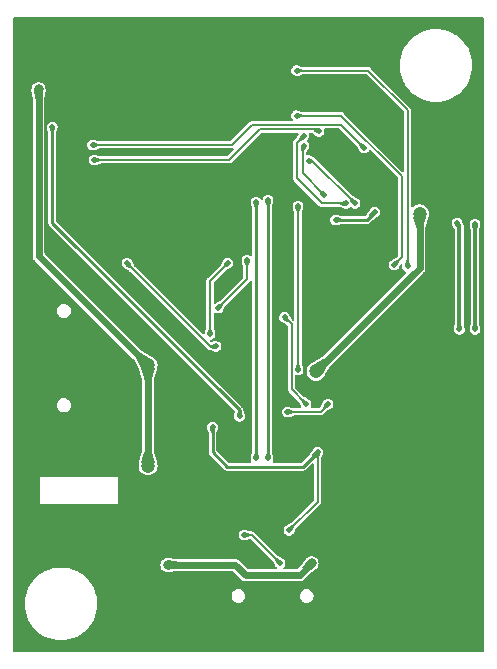
<source format=gbr>
%TF.GenerationSoftware,KiCad,Pcbnew,(7.0.0)*%
%TF.CreationDate,2023-02-28T10:18:41+08:00*%
%TF.ProjectId,ESP32_DK,45535033-325f-4444-9b2e-6b696361645f,rev?*%
%TF.SameCoordinates,Original*%
%TF.FileFunction,Copper,L2,Bot*%
%TF.FilePolarity,Positive*%
%FSLAX46Y46*%
G04 Gerber Fmt 4.6, Leading zero omitted, Abs format (unit mm)*
G04 Created by KiCad (PCBNEW (7.0.0)) date 2023-02-28 10:18:41*
%MOMM*%
%LPD*%
G01*
G04 APERTURE LIST*
%TA.AperFunction,ComponentPad*%
%ADD10O,1.000000X2.100000*%
%TD*%
%TA.AperFunction,ComponentPad*%
%ADD11O,1.000000X1.600000*%
%TD*%
%TA.AperFunction,ViaPad*%
%ADD12C,0.500000*%
%TD*%
%TA.AperFunction,ViaPad*%
%ADD13C,1.200000*%
%TD*%
%TA.AperFunction,ViaPad*%
%ADD14C,0.800000*%
%TD*%
%TA.AperFunction,Conductor*%
%ADD15C,0.250000*%
%TD*%
%TA.AperFunction,Conductor*%
%ADD16C,0.600000*%
%TD*%
%TA.AperFunction,Conductor*%
%ADD17C,0.300000*%
%TD*%
%TA.AperFunction,Conductor*%
%ADD18C,0.200000*%
%TD*%
G04 APERTURE END LIST*
D10*
%TO.P,USB1,1,SHELL*%
%TO.N,GND*%
X65910999Y-176755999D03*
D11*
%TO.P,USB1,2,SHELL*%
X65910999Y-180935999D03*
D10*
%TO.P,USB1,3,SHELL*%
X74550999Y-176755999D03*
D11*
%TO.P,USB1,4,SHELL*%
X74550999Y-180935999D03*
%TD*%
D12*
%TO.N,/ESP_EN*%
X51585500Y-137541000D03*
X67437000Y-162052000D03*
%TO.N,GND*%
X70739000Y-169672000D03*
X79121000Y-143764000D03*
X49149000Y-139827000D03*
X85598000Y-159131000D03*
X74422000Y-145923000D03*
X65405000Y-171577000D03*
X70739000Y-170942000D03*
X60071000Y-152781000D03*
X77851000Y-152527000D03*
X52451000Y-148336000D03*
X63881000Y-163703000D03*
X76581000Y-158877000D03*
X80391000Y-143764000D03*
X67437000Y-169799000D03*
X74930000Y-138557000D03*
X75438000Y-157988000D03*
X62611000Y-163449000D03*
X74676000Y-167640000D03*
X67310000Y-165354000D03*
X68072000Y-165354000D03*
X62992000Y-143002000D03*
X83058000Y-139319000D03*
X56769000Y-149352000D03*
X67437000Y-169037000D03*
X75946000Y-151003000D03*
X83820000Y-153289000D03*
X85852000Y-140081000D03*
X84836000Y-140081000D03*
X60960000Y-136271000D03*
X83820000Y-154940000D03*
X83820000Y-152527000D03*
X75692000Y-139065000D03*
X80899000Y-137414000D03*
X80391000Y-142494000D03*
X61722000Y-163576000D03*
X59944000Y-149479000D03*
X70485000Y-158242000D03*
X85852000Y-136271000D03*
X50419000Y-130429000D03*
X60960000Y-137033000D03*
X66548000Y-165354000D03*
X78740000Y-147320000D03*
X69469000Y-170307000D03*
X62230000Y-170942000D03*
X76835000Y-160020000D03*
X74930000Y-166497000D03*
X78994000Y-140970000D03*
X78105000Y-142494000D03*
X70104000Y-169672000D03*
X86868000Y-140208000D03*
X83820000Y-151765000D03*
X57404000Y-145288000D03*
X78867000Y-142113000D03*
X60960000Y-137795000D03*
X64643000Y-170434000D03*
X75946000Y-147320000D03*
X56642000Y-146050000D03*
X60198000Y-136271000D03*
X57531000Y-153035000D03*
X84963000Y-145796000D03*
X57531000Y-149987000D03*
X71247000Y-158242000D03*
X61087000Y-164973000D03*
X64262000Y-149352000D03*
X62484000Y-137795000D03*
X56642000Y-152781000D03*
X79629000Y-142240000D03*
X75565000Y-168529000D03*
X56515000Y-151765000D03*
X83185000Y-159131000D03*
X83820000Y-151003000D03*
X82931000Y-136398000D03*
X62484000Y-136271000D03*
X84836000Y-141224000D03*
X74803000Y-168656000D03*
X85852000Y-141224000D03*
X78359000Y-155575000D03*
X70485000Y-155575000D03*
X55626000Y-144907000D03*
X58928000Y-154559000D03*
X86106000Y-144653000D03*
X84074000Y-136271000D03*
X78232000Y-157607000D03*
X75565000Y-167513000D03*
X76962000Y-156591000D03*
X84963000Y-144653000D03*
X78867000Y-145923000D03*
X56007000Y-144145000D03*
X59944000Y-143637000D03*
X64008000Y-172466000D03*
X62484000Y-137033000D03*
X84328000Y-145542000D03*
X70358000Y-129159000D03*
X79121000Y-160020000D03*
X78994000Y-143002000D03*
X49149000Y-140843000D03*
X70104000Y-170307000D03*
X60198000Y-137795000D03*
X49530000Y-130429000D03*
X59436000Y-145415000D03*
X61214000Y-144653000D03*
X76962000Y-152019000D03*
X75946000Y-150241000D03*
X69596000Y-129921000D03*
X64643000Y-145288000D03*
X60071000Y-170815000D03*
X62611000Y-144145000D03*
X77470000Y-147320000D03*
X67437000Y-170561000D03*
X72009000Y-129159000D03*
X69596000Y-130556000D03*
X80264000Y-138557000D03*
X78359000Y-156464000D03*
X73787000Y-145542000D03*
X49149000Y-141859000D03*
X72771000Y-129794000D03*
X61722000Y-137033000D03*
X63754000Y-165735000D03*
X57785000Y-166497000D03*
X58420000Y-151257000D03*
X76454000Y-153924000D03*
X82931000Y-137287000D03*
X61214000Y-165989000D03*
X61722000Y-154305000D03*
X59182000Y-152019000D03*
X75438000Y-153543000D03*
X83820000Y-150241000D03*
X61087000Y-142494000D03*
X66548000Y-170307000D03*
X72771000Y-130683000D03*
X62103000Y-166243000D03*
X55372000Y-143256000D03*
X86868000Y-159131000D03*
X61722000Y-145542000D03*
X70739000Y-170307000D03*
X74930000Y-139319000D03*
X74422000Y-133985000D03*
X64008000Y-171704000D03*
X68834000Y-170307000D03*
X49149000Y-137795000D03*
X73152000Y-145923000D03*
X77724000Y-156845000D03*
X59436000Y-137795000D03*
X87249000Y-144653000D03*
X58293000Y-167259000D03*
X75565000Y-154432000D03*
X65659000Y-170053000D03*
X77597000Y-155956000D03*
X60960000Y-153670000D03*
X57912000Y-154051000D03*
X63881000Y-171069000D03*
X56515000Y-142367000D03*
X83947000Y-144653000D03*
X83693000Y-140335000D03*
X60198000Y-137033000D03*
X83820000Y-154178000D03*
X65405000Y-170815000D03*
X60960000Y-149352000D03*
X86614000Y-136271000D03*
X74422000Y-147320000D03*
X61722000Y-136271000D03*
X83820000Y-141224000D03*
X58547000Y-170688000D03*
X58166000Y-169799000D03*
X75311000Y-160020000D03*
X80899000Y-138176000D03*
X86995000Y-141224000D03*
X71247000Y-155575000D03*
X77470000Y-146304000D03*
X61087000Y-164084000D03*
X62992000Y-166243000D03*
X84201000Y-159131000D03*
X59436000Y-137033000D03*
X68834000Y-169672000D03*
X53213000Y-148844000D03*
X59436000Y-136271000D03*
X76708000Y-153035000D03*
X75565000Y-169545000D03*
X77470000Y-134112000D03*
X56769000Y-166370000D03*
X63881000Y-164719000D03*
X75692000Y-138303000D03*
X49022000Y-143129000D03*
X73660000Y-133985000D03*
X58801000Y-142494000D03*
X76708000Y-151257000D03*
X75946000Y-146304000D03*
X69469000Y-170942000D03*
X61722000Y-137795000D03*
X69469000Y-169672000D03*
X64135000Y-150241000D03*
X58293000Y-168148000D03*
X57912000Y-143637000D03*
X75184000Y-159004000D03*
X73787000Y-160020000D03*
X58420000Y-144653000D03*
X51816000Y-147701000D03*
X80772000Y-136525000D03*
X82931000Y-138303000D03*
X59436000Y-170815000D03*
X64008000Y-173228000D03*
X74549000Y-159639000D03*
X77470000Y-153162000D03*
X73279000Y-144907000D03*
X58420000Y-169164000D03*
X57404000Y-142240000D03*
X54102000Y-149352000D03*
X78359000Y-134112000D03*
X70104000Y-170942000D03*
X84963000Y-136271000D03*
X83693000Y-145923000D03*
X68834000Y-170942000D03*
X49149000Y-144272000D03*
D13*
%TO.N,+3.3V*%
X59690000Y-166243000D03*
X82677000Y-144907000D03*
D12*
X78867000Y-144780000D03*
D13*
X59690000Y-157734000D03*
X73914000Y-158242000D03*
D12*
X75565000Y-145415000D03*
D14*
X50419000Y-134366000D03*
D12*
%TO.N,Net-(U4-C2P)*%
X87376000Y-145796000D03*
X87376000Y-154686000D03*
%TO.N,Net-(U4-C1P)*%
X85852000Y-145669000D03*
X86051500Y-154686000D03*
D14*
%TO.N,+5V*%
X61341000Y-174625000D03*
X73533000Y-174498000D03*
D12*
%TO.N,/IO16*%
X72390000Y-144272000D03*
X72390000Y-158115000D03*
%TO.N,Net-(Q2-B)*%
X74930000Y-161036000D03*
X71475600Y-161671000D03*
%TO.N,/IO0*%
X71247000Y-153670000D03*
X73065600Y-161036000D03*
%TO.N,/DTR*%
X65151000Y-162941000D03*
X74041000Y-165100000D03*
X71628000Y-171704000D03*
%TO.N,/DATA0*%
X65640250Y-152889250D03*
X68072000Y-148844000D03*
%TO.N,/CMD*%
X66421000Y-149098000D03*
X64941750Y-155111750D03*
%TO.N,/DATA3*%
X65449750Y-156127750D03*
X57912000Y-149098000D03*
%TO.N,/IO22*%
X81661000Y-149352000D03*
X72263000Y-132773000D03*
%TO.N,/IO21*%
X72263000Y-136583000D03*
X80518000Y-149225000D03*
%TO.N,/CAN_RX*%
X77978000Y-139319000D03*
X54991000Y-139065000D03*
%TO.N,/CAN_TX*%
X74168000Y-137922000D03*
X55118000Y-140335000D03*
%TO.N,/IO18*%
X73320500Y-140393000D03*
X77216000Y-144018000D03*
%TO.N,/IO19*%
X74561000Y-143268000D03*
X72898000Y-139123000D03*
%TO.N,/ESP_RX*%
X69850000Y-143764000D03*
X69850000Y-165608000D03*
%TO.N,/ESP_TX*%
X68834000Y-165608000D03*
X68834000Y-143891000D03*
%TO.N,/IO23*%
X72882182Y-138303000D03*
X76446444Y-144025556D03*
%TO.N,/D+*%
X70866000Y-174498000D03*
X67818000Y-172085000D03*
%TD*%
D15*
%TO.N,/ESP_EN*%
X67437000Y-162052000D02*
X67437000Y-161544000D01*
X51585500Y-145692500D02*
X51585500Y-137541000D01*
X67437000Y-161544000D02*
X51585500Y-145692500D01*
D16*
%TO.N,+3.3V*%
X73914000Y-158242000D02*
X82677000Y-149479000D01*
D15*
X75565000Y-145415000D02*
X78232000Y-145415000D01*
D16*
X59690000Y-157734000D02*
X59690000Y-166243000D01*
D15*
X78232000Y-145415000D02*
X78867000Y-144780000D01*
D16*
X59690000Y-157734000D02*
X50419000Y-148463000D01*
X50419000Y-148463000D02*
X50419000Y-134366000D01*
X82677000Y-149479000D02*
X82677000Y-144907000D01*
D17*
%TO.N,Net-(U4-C2P)*%
X87376000Y-154686000D02*
X87376000Y-145796000D01*
%TO.N,Net-(U4-C1P)*%
X86051500Y-154686000D02*
X86051500Y-145868500D01*
X86051500Y-145868500D02*
X85852000Y-145669000D01*
D16*
%TO.N,+5V*%
X67945000Y-175514000D02*
X67056000Y-174625000D01*
X67056000Y-174625000D02*
X61341000Y-174625000D01*
X72517000Y-175514000D02*
X67945000Y-175514000D01*
X73533000Y-174498000D02*
X72517000Y-175514000D01*
D18*
%TO.N,/IO16*%
X72390000Y-158115000D02*
X72390000Y-144272000D01*
%TO.N,Net-(Q2-B)*%
X74295000Y-161671000D02*
X71475600Y-161671000D01*
X74930000Y-161036000D02*
X74295000Y-161671000D01*
%TO.N,/IO0*%
X71840000Y-159739818D02*
X71840000Y-154263000D01*
X73065600Y-161036000D02*
X73065600Y-160965418D01*
X73065600Y-160965418D02*
X71840000Y-159739818D01*
X71840000Y-154263000D02*
X71247000Y-153670000D01*
D15*
%TO.N,/DTR*%
X72831000Y-166310000D02*
X74041000Y-165100000D01*
X66361000Y-166310000D02*
X72831000Y-166310000D01*
X65151000Y-162941000D02*
X65151000Y-165100000D01*
D18*
X74041000Y-165100000D02*
X74041000Y-169291000D01*
X74041000Y-169291000D02*
X71628000Y-171704000D01*
D15*
X65151000Y-165100000D02*
X66361000Y-166310000D01*
D18*
%TO.N,/DATA0*%
X68072000Y-150457500D02*
X65640250Y-152889250D01*
X68072000Y-148844000D02*
X68072000Y-150457500D01*
%TO.N,/CMD*%
X64941750Y-150577250D02*
X64941750Y-155111750D01*
X66421000Y-149098000D02*
X64941750Y-150577250D01*
%TO.N,/DATA3*%
X57912000Y-149098000D02*
X64941750Y-156127750D01*
X64941750Y-156127750D02*
X65449750Y-156127750D01*
%TO.N,/IO22*%
X72263000Y-132773000D02*
X78290000Y-132773000D01*
X78290000Y-132773000D02*
X81661000Y-136144000D01*
X81661000Y-136144000D02*
X81661000Y-149352000D01*
%TO.N,/IO21*%
X81153000Y-148590000D02*
X80518000Y-149225000D01*
X72263000Y-136583000D02*
X76019818Y-136583000D01*
X76019818Y-136583000D02*
X81153000Y-141716182D01*
X81153000Y-141716182D02*
X81153000Y-148590000D01*
%TO.N,/CAN_RX*%
X76012000Y-137353000D02*
X68514000Y-137353000D01*
X66802000Y-139065000D02*
X54991000Y-139065000D01*
X68514000Y-137353000D02*
X66802000Y-139065000D01*
X77978000Y-139319000D02*
X76012000Y-137353000D01*
%TO.N,/CAN_TX*%
X73999000Y-137753000D02*
X69130000Y-137753000D01*
X66548000Y-140335000D02*
X55118000Y-140335000D01*
X74168000Y-137922000D02*
X73999000Y-137753000D01*
X69130000Y-137753000D02*
X66548000Y-140335000D01*
%TO.N,/IO18*%
X73320500Y-140393000D02*
X73591000Y-140393000D01*
X73591000Y-140393000D02*
X77216000Y-144018000D01*
%TO.N,/IO19*%
X72771000Y-141478000D02*
X74561000Y-143268000D01*
X72898000Y-139123000D02*
X72771000Y-139250000D01*
X72771000Y-139250000D02*
X72771000Y-141478000D01*
D15*
%TO.N,/ESP_RX*%
X69850000Y-143764000D02*
X69850000Y-165608000D01*
%TO.N,/ESP_TX*%
X68834000Y-143891000D02*
X68834000Y-165608000D01*
D18*
%TO.N,/IO23*%
X72263000Y-138922182D02*
X72263000Y-141859000D01*
X72882182Y-138303000D02*
X72263000Y-138922182D01*
X74429556Y-144025556D02*
X76446444Y-144025556D01*
X72263000Y-141859000D02*
X74429556Y-144025556D01*
%TO.N,/D+*%
X70866000Y-174498000D02*
X68453000Y-172085000D01*
X68453000Y-172085000D02*
X67818000Y-172085000D01*
%TD*%
%TA.AperFunction,Conductor*%
%TO.N,GND*%
G36*
X88088000Y-128283763D02*
G01*
X88124237Y-128320000D01*
X88137500Y-128369500D01*
X88137500Y-181891500D01*
X88124237Y-181941000D01*
X88088000Y-181977237D01*
X88038500Y-181990500D01*
X48359500Y-181990500D01*
X48310000Y-181977237D01*
X48273763Y-181941000D01*
X48260500Y-181891500D01*
X48260500Y-177927000D01*
X49243654Y-177927000D01*
X49243810Y-177929778D01*
X49262866Y-178269103D01*
X49262867Y-178269112D01*
X49263023Y-178271889D01*
X49320885Y-178612441D01*
X49321650Y-178615098D01*
X49321653Y-178615109D01*
X49415743Y-178941702D01*
X49416513Y-178944374D01*
X49417574Y-178946935D01*
X49417577Y-178946944D01*
X49507551Y-179164160D01*
X49548704Y-179263512D01*
X49550044Y-179265936D01*
X49550050Y-179265949D01*
X49700773Y-179538661D01*
X49715796Y-179565843D01*
X49717400Y-179568104D01*
X49717406Y-179568113D01*
X49856257Y-179763803D01*
X49915689Y-179847564D01*
X50145866Y-180105134D01*
X50403436Y-180335311D01*
X50573148Y-180455729D01*
X50682886Y-180533593D01*
X50682890Y-180533595D01*
X50685157Y-180535204D01*
X50815636Y-180607317D01*
X50985050Y-180700949D01*
X50985056Y-180700951D01*
X50987488Y-180702296D01*
X51306626Y-180834487D01*
X51638559Y-180930115D01*
X51979111Y-180987977D01*
X52324000Y-181007346D01*
X52668889Y-180987977D01*
X53009441Y-180930115D01*
X53341374Y-180834487D01*
X53660512Y-180702296D01*
X53962843Y-180535204D01*
X54244564Y-180335311D01*
X54502134Y-180105134D01*
X54732311Y-179847564D01*
X54932204Y-179565843D01*
X55099296Y-179263512D01*
X55231487Y-178944374D01*
X55327115Y-178612441D01*
X55384977Y-178271889D01*
X55404346Y-177927000D01*
X55384977Y-177582111D01*
X55329569Y-177256000D01*
X66760534Y-177256000D01*
X66761381Y-177262434D01*
X66779465Y-177399800D01*
X66779466Y-177399805D01*
X66780313Y-177406236D01*
X66838302Y-177546233D01*
X66930549Y-177666451D01*
X67050767Y-177758698D01*
X67190764Y-177816687D01*
X67303280Y-177831500D01*
X67375479Y-177831500D01*
X67378720Y-177831500D01*
X67491236Y-177816687D01*
X67631233Y-177758698D01*
X67751451Y-177666451D01*
X67843698Y-177546233D01*
X67901687Y-177406236D01*
X67921466Y-177256000D01*
X72540534Y-177256000D01*
X72541381Y-177262434D01*
X72559465Y-177399800D01*
X72559466Y-177399805D01*
X72560313Y-177406236D01*
X72618302Y-177546233D01*
X72710549Y-177666451D01*
X72830767Y-177758698D01*
X72970764Y-177816687D01*
X73083280Y-177831500D01*
X73155479Y-177831500D01*
X73158720Y-177831500D01*
X73271236Y-177816687D01*
X73411233Y-177758698D01*
X73531451Y-177666451D01*
X73623698Y-177546233D01*
X73681687Y-177406236D01*
X73701466Y-177256000D01*
X73681687Y-177105764D01*
X73623698Y-176965767D01*
X73531451Y-176845549D01*
X73411233Y-176753302D01*
X73271236Y-176695313D01*
X73264805Y-176694466D01*
X73264800Y-176694465D01*
X73161933Y-176680923D01*
X73158720Y-176680500D01*
X73083280Y-176680500D01*
X73080067Y-176680922D01*
X73080066Y-176680923D01*
X72977199Y-176694465D01*
X72977193Y-176694466D01*
X72970764Y-176695313D01*
X72964767Y-176697796D01*
X72964767Y-176697797D01*
X72836760Y-176750819D01*
X72836756Y-176750821D01*
X72830767Y-176753302D01*
X72825624Y-176757247D01*
X72825621Y-176757250D01*
X72715697Y-176841598D01*
X72715693Y-176841601D01*
X72710549Y-176845549D01*
X72706601Y-176850693D01*
X72706598Y-176850697D01*
X72622250Y-176960621D01*
X72622247Y-176960624D01*
X72618302Y-176965767D01*
X72615821Y-176971756D01*
X72615819Y-176971760D01*
X72562797Y-177099767D01*
X72560313Y-177105764D01*
X72559466Y-177112193D01*
X72559465Y-177112199D01*
X72542435Y-177241559D01*
X72540534Y-177256000D01*
X67921466Y-177256000D01*
X67901687Y-177105764D01*
X67843698Y-176965767D01*
X67751451Y-176845549D01*
X67631233Y-176753302D01*
X67491236Y-176695313D01*
X67484805Y-176694466D01*
X67484800Y-176694465D01*
X67381933Y-176680923D01*
X67378720Y-176680500D01*
X67303280Y-176680500D01*
X67300067Y-176680922D01*
X67300066Y-176680923D01*
X67197199Y-176694465D01*
X67197193Y-176694466D01*
X67190764Y-176695313D01*
X67184767Y-176697796D01*
X67184767Y-176697797D01*
X67056760Y-176750819D01*
X67056756Y-176750821D01*
X67050767Y-176753302D01*
X67045624Y-176757247D01*
X67045621Y-176757250D01*
X66935697Y-176841598D01*
X66935693Y-176841601D01*
X66930549Y-176845549D01*
X66926601Y-176850693D01*
X66926598Y-176850697D01*
X66842250Y-176960621D01*
X66842247Y-176960624D01*
X66838302Y-176965767D01*
X66835821Y-176971756D01*
X66835819Y-176971760D01*
X66782797Y-177099767D01*
X66780313Y-177105764D01*
X66779466Y-177112193D01*
X66779465Y-177112199D01*
X66762435Y-177241559D01*
X66760534Y-177256000D01*
X55329569Y-177256000D01*
X55327115Y-177241559D01*
X55231487Y-176909626D01*
X55099296Y-176590488D01*
X55084086Y-176562968D01*
X54992794Y-176397786D01*
X54932204Y-176288157D01*
X54732311Y-176006436D01*
X54502134Y-175748866D01*
X54244564Y-175518689D01*
X54121947Y-175431687D01*
X53965113Y-175320406D01*
X53965104Y-175320400D01*
X53962843Y-175318796D01*
X53960406Y-175317449D01*
X53662949Y-175153050D01*
X53662936Y-175153044D01*
X53660512Y-175151704D01*
X53655278Y-175149536D01*
X53343944Y-175020577D01*
X53343935Y-175020574D01*
X53341374Y-175019513D01*
X53338705Y-175018744D01*
X53338702Y-175018743D01*
X53012109Y-174924653D01*
X53012098Y-174924650D01*
X53009441Y-174923885D01*
X52939514Y-174912004D01*
X52671639Y-174866490D01*
X52671634Y-174866489D01*
X52668889Y-174866023D01*
X52666112Y-174865867D01*
X52666103Y-174865866D01*
X52326778Y-174846810D01*
X52324000Y-174846654D01*
X52321222Y-174846810D01*
X51981896Y-174865866D01*
X51981885Y-174865867D01*
X51979111Y-174866023D01*
X51976367Y-174866489D01*
X51976360Y-174866490D01*
X51641301Y-174923419D01*
X51641298Y-174923419D01*
X51638559Y-174923885D01*
X51635905Y-174924649D01*
X51635890Y-174924653D01*
X51309297Y-175018743D01*
X51309288Y-175018745D01*
X51306626Y-175019513D01*
X51304069Y-175020571D01*
X51304055Y-175020577D01*
X50990058Y-175150639D01*
X50990050Y-175150642D01*
X50987488Y-175151704D01*
X50985070Y-175153040D01*
X50985050Y-175153050D01*
X50687593Y-175317449D01*
X50687584Y-175317454D01*
X50685157Y-175318796D01*
X50682902Y-175320395D01*
X50682886Y-175320406D01*
X50405696Y-175517085D01*
X50405691Y-175517088D01*
X50403436Y-175518689D01*
X50401374Y-175520530D01*
X50401371Y-175520534D01*
X50147944Y-175747008D01*
X50147934Y-175747017D01*
X50145866Y-175748866D01*
X50144017Y-175750934D01*
X50144008Y-175750944D01*
X49921233Y-176000232D01*
X49915689Y-176006436D01*
X49914088Y-176008691D01*
X49914085Y-176008696D01*
X49717406Y-176285886D01*
X49717395Y-176285902D01*
X49715796Y-176288157D01*
X49714454Y-176290584D01*
X49714449Y-176290593D01*
X49550050Y-176588050D01*
X49550040Y-176588070D01*
X49548704Y-176590488D01*
X49547642Y-176593050D01*
X49547639Y-176593058D01*
X49417577Y-176907055D01*
X49417571Y-176907069D01*
X49416513Y-176909626D01*
X49415745Y-176912288D01*
X49415743Y-176912297D01*
X49321653Y-177238890D01*
X49321649Y-177238905D01*
X49320885Y-177241559D01*
X49320419Y-177244298D01*
X49320419Y-177244301D01*
X49268245Y-177551378D01*
X49263023Y-177582111D01*
X49262867Y-177584885D01*
X49262866Y-177584896D01*
X49249041Y-177831076D01*
X49243654Y-177927000D01*
X48260500Y-177927000D01*
X48260500Y-174625000D01*
X60735318Y-174625000D01*
X60736165Y-174631434D01*
X60755108Y-174775326D01*
X60755109Y-174775331D01*
X60755956Y-174781762D01*
X60758439Y-174787758D01*
X60758440Y-174787759D01*
X60791051Y-174866490D01*
X60816464Y-174927841D01*
X60820413Y-174932988D01*
X60820414Y-174932989D01*
X60907330Y-175046261D01*
X60912718Y-175053282D01*
X61038159Y-175149536D01*
X61184238Y-175210044D01*
X61341000Y-175230682D01*
X61347433Y-175229835D01*
X61347435Y-175229835D01*
X61352613Y-175229152D01*
X61361069Y-175228039D01*
X61375653Y-175227206D01*
X61379606Y-175227273D01*
X62156240Y-175130194D01*
X62160514Y-175128847D01*
X62164885Y-175127894D01*
X62165076Y-175128771D01*
X62186365Y-175125500D01*
X66807678Y-175125500D01*
X66845564Y-175133036D01*
X66877682Y-175154496D01*
X67545518Y-175822332D01*
X67558796Y-175838810D01*
X67559025Y-175839167D01*
X67559028Y-175839170D01*
X67562857Y-175845128D01*
X67568206Y-175849763D01*
X67568208Y-175849765D01*
X67601057Y-175878228D01*
X67606229Y-175883043D01*
X67616407Y-175893221D01*
X67627939Y-175901854D01*
X67633407Y-175906259D01*
X67671627Y-175939377D01*
X67678454Y-175942494D01*
X67696650Y-175953291D01*
X67696997Y-175953551D01*
X67697001Y-175953553D01*
X67702669Y-175957796D01*
X67742804Y-175972765D01*
X67750029Y-175975460D01*
X67756560Y-175978165D01*
X67796099Y-175996222D01*
X67802543Y-175999165D01*
X67809749Y-176000200D01*
X67809970Y-176000233D01*
X67830487Y-176005469D01*
X67830568Y-176005499D01*
X67837517Y-176008091D01*
X67887957Y-176011698D01*
X67894950Y-176012450D01*
X67909201Y-176014500D01*
X67923581Y-176014500D01*
X67930644Y-176014752D01*
X67981073Y-176018359D01*
X67988410Y-176016762D01*
X68009454Y-176014500D01*
X72452546Y-176014500D01*
X72473589Y-176016762D01*
X72480927Y-176018359D01*
X72531355Y-176014752D01*
X72538419Y-176014500D01*
X72549259Y-176014500D01*
X72552799Y-176014500D01*
X72567049Y-176012450D01*
X72574043Y-176011698D01*
X72624483Y-176008091D01*
X72631511Y-176005469D01*
X72652024Y-176000233D01*
X72659457Y-175999165D01*
X72705437Y-175978165D01*
X72711962Y-175975462D01*
X72759331Y-175957796D01*
X72765342Y-175953295D01*
X72783546Y-175942494D01*
X72790373Y-175939377D01*
X72828599Y-175906252D01*
X72834042Y-175901866D01*
X72845593Y-175893221D01*
X72855769Y-175883044D01*
X72860923Y-175878243D01*
X72899143Y-175845128D01*
X72903198Y-175838817D01*
X72916481Y-175822332D01*
X73289147Y-175449665D01*
X73306517Y-175436949D01*
X73306021Y-175436176D01*
X73309788Y-175433757D01*
X73313764Y-175431687D01*
X73931572Y-174951171D01*
X73934318Y-174948330D01*
X73945224Y-174938602D01*
X73961282Y-174926282D01*
X74057536Y-174800841D01*
X74118044Y-174654762D01*
X74138682Y-174498000D01*
X74118044Y-174341238D01*
X74057536Y-174195159D01*
X73961282Y-174069718D01*
X73922495Y-174039956D01*
X73840989Y-173977414D01*
X73840988Y-173977413D01*
X73835841Y-173973464D01*
X73829847Y-173970981D01*
X73829845Y-173970980D01*
X73695759Y-173915440D01*
X73695758Y-173915439D01*
X73689762Y-173912956D01*
X73683331Y-173912109D01*
X73683326Y-173912108D01*
X73539434Y-173893165D01*
X73533000Y-173892318D01*
X73526566Y-173893165D01*
X73382673Y-173912108D01*
X73382666Y-173912109D01*
X73376238Y-173912956D01*
X73370243Y-173915439D01*
X73370240Y-173915440D01*
X73236154Y-173970980D01*
X73236149Y-173970982D01*
X73230159Y-173973464D01*
X73225015Y-173977411D01*
X73225010Y-173977414D01*
X73109865Y-174065768D01*
X73109862Y-174065770D01*
X73104718Y-174069718D01*
X73100769Y-174074863D01*
X73100767Y-174074866D01*
X73092392Y-174085779D01*
X73082702Y-174096647D01*
X73082339Y-174096997D01*
X73082330Y-174097006D01*
X73079830Y-174099425D01*
X73077693Y-174102171D01*
X73077688Y-174102178D01*
X72602059Y-174713702D01*
X72602054Y-174713708D01*
X72599312Y-174717235D01*
X72597246Y-174721199D01*
X72594824Y-174724974D01*
X72594086Y-174724500D01*
X72581328Y-174741856D01*
X72338683Y-174984503D01*
X72306565Y-175005964D01*
X72268679Y-175013500D01*
X71229980Y-175013500D01*
X71173518Y-174995820D01*
X71137222Y-174949096D01*
X71134056Y-174890015D01*
X71163532Y-174842298D01*
X71164049Y-174841967D01*
X71248882Y-174744063D01*
X71302697Y-174626226D01*
X71321133Y-174498000D01*
X71302697Y-174369774D01*
X71248882Y-174251937D01*
X71191266Y-174185444D01*
X71168684Y-174159382D01*
X71168683Y-174159381D01*
X71164049Y-174154033D01*
X71127281Y-174130404D01*
X71061024Y-174087823D01*
X71061023Y-174087822D01*
X71055069Y-174083996D01*
X71051645Y-174082990D01*
X71047997Y-174081012D01*
X71045545Y-174079117D01*
X71037230Y-174074871D01*
X70704995Y-173905209D01*
X70680016Y-173887044D01*
X68703102Y-171910131D01*
X68699632Y-171906143D01*
X68696958Y-171900772D01*
X68662274Y-171869153D01*
X68658966Y-171865995D01*
X68649029Y-171856058D01*
X68649028Y-171856057D01*
X68645797Y-171852826D01*
X68642023Y-171850240D01*
X68638505Y-171847319D01*
X68638633Y-171847164D01*
X68634961Y-171844253D01*
X68613933Y-171825084D01*
X68605380Y-171821770D01*
X68605378Y-171821769D01*
X68604765Y-171821532D01*
X68584586Y-171810895D01*
X68584052Y-171810529D01*
X68584047Y-171810527D01*
X68576481Y-171805344D01*
X68567553Y-171803244D01*
X68567551Y-171803243D01*
X68548796Y-171798832D01*
X68535703Y-171794777D01*
X68517726Y-171787813D01*
X68517723Y-171787812D01*
X68509173Y-171784500D01*
X68500002Y-171784500D01*
X68499348Y-171784500D01*
X68476682Y-171781870D01*
X68476049Y-171781721D01*
X68476046Y-171781720D01*
X68467119Y-171779621D01*
X68458036Y-171780888D01*
X68438947Y-171783551D01*
X68425269Y-171784500D01*
X68381521Y-171784500D01*
X68351013Y-171779682D01*
X68245766Y-171745590D01*
X68245765Y-171745590D01*
X68245765Y-171745589D01*
X68245762Y-171745588D01*
X68245758Y-171745586D01*
X67991618Y-171663266D01*
X67991617Y-171663265D01*
X67987237Y-171661847D01*
X67982674Y-171661263D01*
X67982669Y-171661262D01*
X67976080Y-171660419D01*
X67974949Y-171660274D01*
X67959627Y-171657066D01*
X67889563Y-171636494D01*
X67882772Y-171634500D01*
X67753228Y-171634500D01*
X67746437Y-171636493D01*
X67746436Y-171636494D01*
X67635724Y-171669001D01*
X67635721Y-171669002D01*
X67628931Y-171670996D01*
X67622978Y-171674821D01*
X67622973Y-171674824D01*
X67525908Y-171737204D01*
X67525904Y-171737206D01*
X67519951Y-171741033D01*
X67515319Y-171746378D01*
X67515315Y-171746382D01*
X67439752Y-171833588D01*
X67439749Y-171833591D01*
X67435118Y-171838937D01*
X67432179Y-171845372D01*
X67432176Y-171845377D01*
X67384246Y-171950328D01*
X67384244Y-171950333D01*
X67381303Y-171956774D01*
X67380295Y-171963782D01*
X67380294Y-171963787D01*
X67367641Y-172051795D01*
X67362867Y-172085000D01*
X67363875Y-172092011D01*
X67380294Y-172206212D01*
X67380295Y-172206215D01*
X67381303Y-172213226D01*
X67435118Y-172331063D01*
X67439752Y-172336411D01*
X67506389Y-172413316D01*
X67519951Y-172428967D01*
X67628931Y-172499004D01*
X67753228Y-172535500D01*
X67875695Y-172535500D01*
X67882772Y-172535500D01*
X67959631Y-172512932D01*
X67974958Y-172509723D01*
X67987238Y-172508152D01*
X68280013Y-172413315D01*
X68333673Y-172411244D01*
X68380523Y-172437494D01*
X70255043Y-174312014D01*
X70273208Y-174336993D01*
X70423569Y-174631434D01*
X70447117Y-174677545D01*
X70453873Y-174686284D01*
X70465599Y-174705703D01*
X70483118Y-174744063D01*
X70567951Y-174841967D01*
X70568467Y-174842298D01*
X70597944Y-174890015D01*
X70594778Y-174949096D01*
X70558482Y-174995820D01*
X70502020Y-175013500D01*
X68193322Y-175013500D01*
X68155436Y-175005964D01*
X68123318Y-174984504D01*
X67455480Y-174316666D01*
X67442199Y-174300184D01*
X67441969Y-174299826D01*
X67438143Y-174293872D01*
X67399948Y-174260776D01*
X67394775Y-174255961D01*
X67387088Y-174248274D01*
X67384593Y-174245779D01*
X67373062Y-174237147D01*
X67367578Y-174232728D01*
X67329373Y-174199623D01*
X67322933Y-174196681D01*
X67322932Y-174196681D01*
X67322544Y-174196504D01*
X67304345Y-174185706D01*
X67303996Y-174185444D01*
X67303992Y-174185442D01*
X67298331Y-174181204D01*
X67291704Y-174178732D01*
X67291700Y-174178730D01*
X67250970Y-174163539D01*
X67244441Y-174160835D01*
X67204897Y-174142776D01*
X67204896Y-174142775D01*
X67198457Y-174139835D01*
X67191452Y-174138827D01*
X67191443Y-174138825D01*
X67191014Y-174138764D01*
X67170520Y-174133533D01*
X67170116Y-174133382D01*
X67170111Y-174133380D01*
X67163483Y-174130909D01*
X67156425Y-174130404D01*
X67113063Y-174127302D01*
X67106042Y-174126547D01*
X67095299Y-174125002D01*
X67095283Y-174125000D01*
X67091799Y-174124500D01*
X67088265Y-174124500D01*
X67077419Y-174124500D01*
X67070356Y-174124248D01*
X67026991Y-174121146D01*
X67026989Y-174121146D01*
X67019927Y-174120641D01*
X67013010Y-174122145D01*
X67013005Y-174122146D01*
X67012706Y-174122211D01*
X67012589Y-174122237D01*
X66991546Y-174124500D01*
X62186365Y-174124500D01*
X62165080Y-174121228D01*
X62164889Y-174122107D01*
X62160514Y-174121152D01*
X62156240Y-174119806D01*
X62151795Y-174119250D01*
X62151789Y-174119249D01*
X62026801Y-174103626D01*
X61383065Y-174023158D01*
X61383054Y-174023157D01*
X61379603Y-174022726D01*
X61376112Y-174022784D01*
X61376103Y-174022784D01*
X61375635Y-174022792D01*
X61361065Y-174021959D01*
X61347436Y-174020165D01*
X61347434Y-174020165D01*
X61341000Y-174019318D01*
X61334566Y-174020165D01*
X61190673Y-174039108D01*
X61190666Y-174039109D01*
X61184238Y-174039956D01*
X61178243Y-174042439D01*
X61178240Y-174042440D01*
X61044154Y-174097980D01*
X61044149Y-174097982D01*
X61038159Y-174100464D01*
X61033015Y-174104411D01*
X61033010Y-174104414D01*
X60917871Y-174192763D01*
X60917866Y-174192767D01*
X60912718Y-174196718D01*
X60908767Y-174201866D01*
X60908763Y-174201871D01*
X60820414Y-174317010D01*
X60820411Y-174317015D01*
X60816464Y-174322159D01*
X60813982Y-174328149D01*
X60813980Y-174328154D01*
X60799411Y-174363328D01*
X60755956Y-174468238D01*
X60755109Y-174474666D01*
X60755108Y-174474673D01*
X60736165Y-174618566D01*
X60735318Y-174625000D01*
X48260500Y-174625000D01*
X48260500Y-169404048D01*
X50530376Y-169404048D01*
X50531880Y-169412578D01*
X50533781Y-169423365D01*
X50533782Y-169423368D01*
X50534000Y-169424602D01*
X50534000Y-169431312D01*
X50536294Y-169437616D01*
X50536515Y-169438869D01*
X50536515Y-169438870D01*
X50537680Y-169445480D01*
X50539919Y-169458172D01*
X50543961Y-169461563D01*
X50546146Y-169464684D01*
X50547952Y-169469645D01*
X50555452Y-169473975D01*
X50558525Y-169475749D01*
X50572658Y-169485644D01*
X50582020Y-169493500D01*
X50587306Y-169493500D01*
X50590973Y-169494482D01*
X50595548Y-169497124D01*
X50604078Y-169495620D01*
X50607572Y-169495004D01*
X50624762Y-169493500D01*
X57049531Y-169493500D01*
X57061554Y-169495620D01*
X57069943Y-169495620D01*
X57072548Y-169497124D01*
X57093102Y-169493500D01*
X57099812Y-169493500D01*
X57106116Y-169491205D01*
X57126672Y-169487581D01*
X57130065Y-169483536D01*
X57133181Y-169481353D01*
X57138145Y-169479548D01*
X57144251Y-169468970D01*
X57154148Y-169454836D01*
X57162000Y-169445480D01*
X57162000Y-169440192D01*
X57162981Y-169436528D01*
X57165624Y-169431952D01*
X57163504Y-169419928D01*
X57162000Y-169402738D01*
X57162000Y-167295969D01*
X57164120Y-167283946D01*
X57164120Y-167275557D01*
X57165624Y-167272952D01*
X57162000Y-167252398D01*
X57162000Y-167245688D01*
X57159705Y-167239383D01*
X57156081Y-167218828D01*
X57152035Y-167215433D01*
X57149853Y-167212316D01*
X57148048Y-167207355D01*
X57137469Y-167201247D01*
X57123334Y-167191349D01*
X57120614Y-167189066D01*
X57120611Y-167189064D01*
X57113980Y-167183500D01*
X57108701Y-167183500D01*
X57105022Y-167182514D01*
X57100452Y-167179876D01*
X57091922Y-167181380D01*
X57088428Y-167181996D01*
X57071238Y-167183500D01*
X50646469Y-167183500D01*
X50634446Y-167181380D01*
X50626057Y-167181380D01*
X50623452Y-167179876D01*
X50614922Y-167181380D01*
X50604136Y-167183281D01*
X50604133Y-167183282D01*
X50602898Y-167183500D01*
X50596188Y-167183500D01*
X50589883Y-167185794D01*
X50588635Y-167186014D01*
X50577861Y-167187914D01*
X50577860Y-167187914D01*
X50569328Y-167189419D01*
X50565932Y-167193465D01*
X50562819Y-167195645D01*
X50557855Y-167197452D01*
X50553525Y-167204950D01*
X50553520Y-167204957D01*
X50551743Y-167208035D01*
X50541855Y-167222158D01*
X50539566Y-167224885D01*
X50539563Y-167224889D01*
X50534000Y-167231520D01*
X50534000Y-167236803D01*
X50533016Y-167240475D01*
X50530376Y-167245048D01*
X50532188Y-167255325D01*
X50532496Y-167257072D01*
X50534000Y-167274262D01*
X50534000Y-169381031D01*
X50531880Y-169393054D01*
X50531880Y-169401443D01*
X50530376Y-169404048D01*
X48260500Y-169404048D01*
X48260500Y-161115000D01*
X51955318Y-161115000D01*
X51956165Y-161121434D01*
X51975108Y-161265326D01*
X51975109Y-161265331D01*
X51975956Y-161271762D01*
X51978439Y-161277758D01*
X51978440Y-161277759D01*
X52030861Y-161404316D01*
X52036464Y-161417841D01*
X52040413Y-161422988D01*
X52040414Y-161422989D01*
X52111164Y-161515193D01*
X52132718Y-161543282D01*
X52258159Y-161639536D01*
X52404238Y-161700044D01*
X52561000Y-161720682D01*
X52717762Y-161700044D01*
X52863841Y-161639536D01*
X52989282Y-161543282D01*
X53085536Y-161417841D01*
X53146044Y-161271762D01*
X53166682Y-161115000D01*
X53146044Y-160958238D01*
X53085536Y-160812159D01*
X52989282Y-160686718D01*
X52918442Y-160632361D01*
X52868989Y-160594414D01*
X52868988Y-160594413D01*
X52863841Y-160590464D01*
X52857847Y-160587981D01*
X52857845Y-160587980D01*
X52723759Y-160532440D01*
X52723758Y-160532439D01*
X52717762Y-160529956D01*
X52711331Y-160529109D01*
X52711326Y-160529108D01*
X52567434Y-160510165D01*
X52561000Y-160509318D01*
X52554566Y-160510165D01*
X52410673Y-160529108D01*
X52410666Y-160529109D01*
X52404238Y-160529956D01*
X52398243Y-160532439D01*
X52398240Y-160532440D01*
X52264154Y-160587980D01*
X52264149Y-160587982D01*
X52258159Y-160590464D01*
X52253015Y-160594411D01*
X52253010Y-160594414D01*
X52137871Y-160682763D01*
X52137866Y-160682767D01*
X52132718Y-160686718D01*
X52128767Y-160691866D01*
X52128763Y-160691871D01*
X52040414Y-160807010D01*
X52040411Y-160807015D01*
X52036464Y-160812159D01*
X52033982Y-160818149D01*
X52033980Y-160818154D01*
X51978440Y-160952240D01*
X51975956Y-160958238D01*
X51975109Y-160964666D01*
X51975108Y-160964673D01*
X51965718Y-161036000D01*
X51955318Y-161115000D01*
X48260500Y-161115000D01*
X48260500Y-153115000D01*
X51955318Y-153115000D01*
X51956165Y-153121434D01*
X51975108Y-153265326D01*
X51975109Y-153265331D01*
X51975956Y-153271762D01*
X51978439Y-153277758D01*
X51978440Y-153277759D01*
X52004117Y-153339750D01*
X52036464Y-153417841D01*
X52040413Y-153422988D01*
X52040414Y-153422989D01*
X52126614Y-153535328D01*
X52132718Y-153543282D01*
X52258159Y-153639536D01*
X52404238Y-153700044D01*
X52561000Y-153720682D01*
X52717762Y-153700044D01*
X52863841Y-153639536D01*
X52989282Y-153543282D01*
X53085536Y-153417841D01*
X53146044Y-153271762D01*
X53166682Y-153115000D01*
X53146044Y-152958238D01*
X53085536Y-152812159D01*
X52989282Y-152686718D01*
X52870818Y-152595818D01*
X52868989Y-152594414D01*
X52868988Y-152594413D01*
X52863841Y-152590464D01*
X52857847Y-152587981D01*
X52857845Y-152587980D01*
X52723759Y-152532440D01*
X52723758Y-152532439D01*
X52717762Y-152529956D01*
X52711331Y-152529109D01*
X52711326Y-152529108D01*
X52567434Y-152510165D01*
X52561000Y-152509318D01*
X52554566Y-152510165D01*
X52410673Y-152529108D01*
X52410666Y-152529109D01*
X52404238Y-152529956D01*
X52398243Y-152532439D01*
X52398240Y-152532440D01*
X52264154Y-152587980D01*
X52264149Y-152587982D01*
X52258159Y-152590464D01*
X52253015Y-152594411D01*
X52253010Y-152594414D01*
X52137871Y-152682763D01*
X52137866Y-152682767D01*
X52132718Y-152686718D01*
X52128767Y-152691866D01*
X52128763Y-152691871D01*
X52040414Y-152807010D01*
X52040411Y-152807015D01*
X52036464Y-152812159D01*
X52033982Y-152818149D01*
X52033980Y-152818154D01*
X51978440Y-152952240D01*
X51975956Y-152958238D01*
X51975109Y-152964666D01*
X51975108Y-152964673D01*
X51959062Y-153086563D01*
X51955318Y-153115000D01*
X48260500Y-153115000D01*
X48260500Y-134366000D01*
X49813318Y-134366000D01*
X49814165Y-134372434D01*
X49814165Y-134372436D01*
X49815959Y-134386065D01*
X49816792Y-134400635D01*
X49816784Y-134401103D01*
X49816784Y-134401112D01*
X49816726Y-134404603D01*
X49817157Y-134408054D01*
X49817158Y-134408065D01*
X49913250Y-135176797D01*
X49913251Y-135176803D01*
X49913806Y-135181240D01*
X49915151Y-135185511D01*
X49916106Y-135189885D01*
X49915228Y-135190076D01*
X49918500Y-135211365D01*
X49918500Y-148398546D01*
X49916237Y-148419592D01*
X49916146Y-148420005D01*
X49916145Y-148420010D01*
X49914641Y-148426927D01*
X49915146Y-148433988D01*
X49915146Y-148433990D01*
X49918248Y-148477356D01*
X49918500Y-148484419D01*
X49918500Y-148498799D01*
X49919000Y-148502283D01*
X49919002Y-148502299D01*
X49920547Y-148513042D01*
X49921302Y-148520063D01*
X49924909Y-148570483D01*
X49927380Y-148577111D01*
X49927382Y-148577116D01*
X49927533Y-148577520D01*
X49932764Y-148598014D01*
X49932825Y-148598443D01*
X49932827Y-148598452D01*
X49933835Y-148605457D01*
X49936775Y-148611896D01*
X49936776Y-148611897D01*
X49954835Y-148651441D01*
X49957539Y-148657970D01*
X49972730Y-148698700D01*
X49972732Y-148698704D01*
X49975204Y-148705331D01*
X49979442Y-148710992D01*
X49979444Y-148710996D01*
X49979706Y-148711345D01*
X49990504Y-148729544D01*
X49993623Y-148736373D01*
X50026728Y-148774578D01*
X50031147Y-148780062D01*
X50039779Y-148791593D01*
X50042273Y-148794087D01*
X50042274Y-148794088D01*
X50049961Y-148801775D01*
X50054776Y-148806948D01*
X50087872Y-148845143D01*
X50094186Y-148849201D01*
X50110666Y-148862480D01*
X58446329Y-157198143D01*
X58461789Y-157218178D01*
X58937176Y-158031258D01*
X58947478Y-158056128D01*
X59186266Y-158967221D01*
X59189500Y-158992320D01*
X59189500Y-164984678D01*
X59186266Y-165009777D01*
X58954899Y-165892562D01*
X58939468Y-165951438D01*
X58939126Y-165955858D01*
X58938390Y-165960233D01*
X58938097Y-165960183D01*
X58933937Y-165979991D01*
X58906467Y-166058496D01*
X58906463Y-166058509D01*
X58904632Y-166063745D01*
X58904010Y-166069257D01*
X58904009Y-166069266D01*
X58886036Y-166228784D01*
X58884435Y-166243000D01*
X58885057Y-166248520D01*
X58904009Y-166416732D01*
X58904010Y-166416738D01*
X58904632Y-166422255D01*
X58964211Y-166592522D01*
X59060184Y-166745262D01*
X59187738Y-166872816D01*
X59340478Y-166968789D01*
X59510745Y-167028368D01*
X59690000Y-167048565D01*
X59869255Y-167028368D01*
X60039522Y-166968789D01*
X60192262Y-166872816D01*
X60319816Y-166745262D01*
X60415789Y-166592522D01*
X60475368Y-166422255D01*
X60495565Y-166243000D01*
X60475368Y-166063745D01*
X60446060Y-165979991D01*
X60441906Y-165960186D01*
X60441610Y-165960236D01*
X60440872Y-165955855D01*
X60440531Y-165951435D01*
X60204192Y-165049681D01*
X60193734Y-165009779D01*
X60190500Y-164984680D01*
X60190500Y-158992319D01*
X60193734Y-158967220D01*
X60220405Y-158865454D01*
X60440531Y-158025563D01*
X60440872Y-158021141D01*
X60441610Y-158016762D01*
X60441906Y-158016811D01*
X60446059Y-157997009D01*
X60475368Y-157913255D01*
X60495565Y-157734000D01*
X60475368Y-157554745D01*
X60415789Y-157384478D01*
X60319816Y-157231738D01*
X60192262Y-157104184D01*
X60048401Y-157013790D01*
X60044227Y-157011167D01*
X60044224Y-157011165D01*
X60039522Y-157008211D01*
X60032920Y-157005900D01*
X60014868Y-156996558D01*
X60014537Y-156997126D01*
X59174178Y-156505789D01*
X59154143Y-156490329D01*
X50948496Y-148284682D01*
X50927036Y-148252564D01*
X50919500Y-148214678D01*
X50919500Y-137541000D01*
X51130367Y-137541000D01*
X51131375Y-137548011D01*
X51147794Y-137662213D01*
X51147795Y-137662217D01*
X51148803Y-137669226D01*
X51151744Y-137675666D01*
X51153740Y-137682463D01*
X51153678Y-137682480D01*
X51158217Y-137697276D01*
X51158321Y-137698604D01*
X51159439Y-137702872D01*
X51159441Y-137702880D01*
X51256766Y-138074221D01*
X51260000Y-138099320D01*
X51260000Y-145673966D01*
X51259623Y-145682594D01*
X51256236Y-145721307D01*
X51262185Y-145743509D01*
X51266295Y-145758849D01*
X51268164Y-145767278D01*
X51273407Y-145797015D01*
X51273408Y-145797019D01*
X51274912Y-145805545D01*
X51279241Y-145813044D01*
X51281239Y-145818531D01*
X51283704Y-145823817D01*
X51285946Y-145832184D01*
X51290914Y-145839279D01*
X51290915Y-145839281D01*
X51308232Y-145864012D01*
X51312871Y-145871293D01*
X51332306Y-145904955D01*
X51350729Y-145920414D01*
X51362070Y-145929930D01*
X51368438Y-145935764D01*
X67035539Y-161602866D01*
X67061091Y-161646985D01*
X67061301Y-161697969D01*
X67010940Y-161890123D01*
X67010938Y-161890129D01*
X67009821Y-161894395D01*
X67009717Y-161895724D01*
X67005178Y-161910523D01*
X67005239Y-161910541D01*
X67003244Y-161917333D01*
X67000303Y-161923774D01*
X66999296Y-161930776D01*
X66999294Y-161930784D01*
X66986641Y-162018795D01*
X66981867Y-162052000D01*
X66982875Y-162059011D01*
X66999294Y-162173212D01*
X66999295Y-162173215D01*
X67000303Y-162180226D01*
X67054118Y-162298063D01*
X67138951Y-162395967D01*
X67247931Y-162466004D01*
X67372228Y-162502500D01*
X67494694Y-162502500D01*
X67501772Y-162502500D01*
X67626069Y-162466004D01*
X67735049Y-162395967D01*
X67819882Y-162298063D01*
X67873697Y-162180226D01*
X67892133Y-162052000D01*
X67886808Y-162014967D01*
X67874705Y-161930785D01*
X67874705Y-161930784D01*
X67873697Y-161923774D01*
X67870754Y-161917331D01*
X67868760Y-161910538D01*
X67868821Y-161910520D01*
X67864280Y-161895718D01*
X67864178Y-161894396D01*
X67766855Y-161523060D01*
X67766004Y-161518150D01*
X67766263Y-161515193D01*
X67756201Y-161477642D01*
X67754335Y-161469224D01*
X67750946Y-161450004D01*
X67747588Y-161430955D01*
X67743255Y-161423450D01*
X67741259Y-161417967D01*
X67738796Y-161412685D01*
X67736554Y-161404316D01*
X67714264Y-161372483D01*
X67709626Y-161365202D01*
X67694524Y-161339044D01*
X67694522Y-161339042D01*
X67690194Y-161331545D01*
X67660424Y-161306564D01*
X67654066Y-161300739D01*
X55451326Y-149098000D01*
X57456867Y-149098000D01*
X57457875Y-149105011D01*
X57474294Y-149219212D01*
X57474295Y-149219215D01*
X57475303Y-149226226D01*
X57478245Y-149232668D01*
X57478246Y-149232671D01*
X57501679Y-149283982D01*
X57529118Y-149344063D01*
X57533752Y-149349411D01*
X57608786Y-149436007D01*
X57613951Y-149441967D01*
X57722931Y-149512004D01*
X57726351Y-149513008D01*
X57730004Y-149514988D01*
X57732454Y-149516882D01*
X57736547Y-149518972D01*
X57736550Y-149518974D01*
X57854912Y-149579417D01*
X58073005Y-149690789D01*
X58097982Y-149708953D01*
X64691646Y-156302617D01*
X64695117Y-156306606D01*
X64697792Y-156311978D01*
X64704568Y-156318155D01*
X64732474Y-156343595D01*
X64735781Y-156346752D01*
X64748953Y-156359924D01*
X64752723Y-156362507D01*
X64756246Y-156365432D01*
X64756112Y-156365593D01*
X64759789Y-156368496D01*
X64780817Y-156387666D01*
X64789979Y-156391215D01*
X64810165Y-156401855D01*
X64818270Y-156407407D01*
X64845969Y-156413922D01*
X64859046Y-156417972D01*
X64885577Y-156428250D01*
X64894750Y-156428250D01*
X64903768Y-156429936D01*
X64903571Y-156430989D01*
X64916734Y-156433068D01*
X65280511Y-156550902D01*
X65292792Y-156552473D01*
X65308121Y-156555682D01*
X65384978Y-156578250D01*
X65507444Y-156578250D01*
X65514522Y-156578250D01*
X65638819Y-156541754D01*
X65747799Y-156471717D01*
X65832632Y-156373813D01*
X65886447Y-156255976D01*
X65904883Y-156127750D01*
X65886447Y-155999524D01*
X65832632Y-155881687D01*
X65747799Y-155783783D01*
X65741841Y-155779954D01*
X65644776Y-155717574D01*
X65644774Y-155717573D01*
X65638819Y-155713746D01*
X65632025Y-155711751D01*
X65521313Y-155679244D01*
X65514522Y-155677250D01*
X65384978Y-155677250D01*
X65378188Y-155679243D01*
X65378185Y-155679244D01*
X65308120Y-155699816D01*
X65292803Y-155703024D01*
X65285089Y-155704011D01*
X65285076Y-155704013D01*
X65280512Y-155704598D01*
X65276129Y-155706017D01*
X65276123Y-155706019D01*
X65083664Y-155768360D01*
X65030002Y-155770432D01*
X64983153Y-155744182D01*
X64965805Y-155726834D01*
X64940336Y-155683021D01*
X64939884Y-155632346D01*
X64964567Y-155588087D01*
X65007918Y-155561840D01*
X65130819Y-155525754D01*
X65239799Y-155455717D01*
X65324632Y-155357813D01*
X65378447Y-155239976D01*
X65396883Y-155111750D01*
X65378447Y-154983524D01*
X65373160Y-154971947D01*
X65367299Y-154951399D01*
X65366495Y-154951580D01*
X65365485Y-154947074D01*
X65364902Y-154942511D01*
X65247068Y-154578734D01*
X65242250Y-154548227D01*
X65242250Y-153350287D01*
X65256109Y-153299770D01*
X65293804Y-153263397D01*
X65344783Y-153251350D01*
X65394773Y-153267003D01*
X65451181Y-153303254D01*
X65575478Y-153339750D01*
X65697944Y-153339750D01*
X65705022Y-153339750D01*
X65829319Y-153303254D01*
X65938299Y-153233217D01*
X66023132Y-153135313D01*
X66040651Y-153096949D01*
X66052384Y-153077522D01*
X66059133Y-153068793D01*
X66233038Y-152728243D01*
X66251199Y-152703270D01*
X68246874Y-150707595D01*
X68250853Y-150704133D01*
X68256228Y-150701458D01*
X68287878Y-150666738D01*
X68290996Y-150663473D01*
X68304174Y-150650297D01*
X68306762Y-150646517D01*
X68309688Y-150642995D01*
X68309858Y-150643136D01*
X68312749Y-150639457D01*
X68331916Y-150618433D01*
X68331915Y-150618433D01*
X68331918Y-150618431D01*
X68332566Y-150619022D01*
X68362125Y-150591057D01*
X68411327Y-150579003D01*
X68460051Y-150592865D01*
X68495539Y-150629014D01*
X68508500Y-150677986D01*
X68508500Y-165049680D01*
X68505266Y-165074779D01*
X68407940Y-165446123D01*
X68407938Y-165446129D01*
X68406821Y-165450395D01*
X68406717Y-165451724D01*
X68402178Y-165466523D01*
X68402239Y-165466541D01*
X68400244Y-165473333D01*
X68397303Y-165479774D01*
X68396296Y-165486776D01*
X68396294Y-165486784D01*
X68379875Y-165600989D01*
X68378867Y-165608000D01*
X68379875Y-165615011D01*
X68396294Y-165729212D01*
X68396295Y-165729215D01*
X68397303Y-165736226D01*
X68400245Y-165742668D01*
X68400246Y-165742671D01*
X68446693Y-165844374D01*
X68455388Y-165892562D01*
X68439924Y-165939023D01*
X68404086Y-165972390D01*
X68356640Y-165984500D01*
X66536835Y-165984500D01*
X66498949Y-165976964D01*
X66466831Y-165955504D01*
X65505496Y-164994170D01*
X65484036Y-164962052D01*
X65476500Y-164924166D01*
X65476500Y-163499318D01*
X65479734Y-163474219D01*
X65578178Y-163098603D01*
X65578280Y-163097282D01*
X65582821Y-163082478D01*
X65582760Y-163082460D01*
X65584753Y-163075670D01*
X65587697Y-163069226D01*
X65606133Y-162941000D01*
X65587697Y-162812774D01*
X65533882Y-162694937D01*
X65449049Y-162597033D01*
X65340069Y-162526996D01*
X65333275Y-162525001D01*
X65222563Y-162492494D01*
X65215772Y-162490500D01*
X65086228Y-162490500D01*
X65079437Y-162492493D01*
X65079436Y-162492494D01*
X64968724Y-162525001D01*
X64968721Y-162525002D01*
X64961931Y-162526996D01*
X64955978Y-162530821D01*
X64955973Y-162530824D01*
X64858908Y-162593204D01*
X64858904Y-162593206D01*
X64852951Y-162597033D01*
X64848319Y-162602378D01*
X64848315Y-162602382D01*
X64772752Y-162689588D01*
X64772749Y-162689591D01*
X64768118Y-162694937D01*
X64765179Y-162701372D01*
X64765176Y-162701377D01*
X64717246Y-162806328D01*
X64717244Y-162806333D01*
X64714303Y-162812774D01*
X64713295Y-162819782D01*
X64713294Y-162819787D01*
X64696875Y-162933989D01*
X64695867Y-162941000D01*
X64696875Y-162948011D01*
X64713294Y-163062213D01*
X64713295Y-163062217D01*
X64714303Y-163069226D01*
X64717244Y-163075666D01*
X64719240Y-163082463D01*
X64719178Y-163082480D01*
X64723717Y-163097276D01*
X64723821Y-163098604D01*
X64724939Y-163102872D01*
X64724941Y-163102880D01*
X64822266Y-163474221D01*
X64825500Y-163499320D01*
X64825500Y-165081466D01*
X64825123Y-165090094D01*
X64821736Y-165128807D01*
X64823977Y-165137170D01*
X64831795Y-165166349D01*
X64833664Y-165174778D01*
X64838907Y-165204515D01*
X64838908Y-165204519D01*
X64840412Y-165213045D01*
X64844741Y-165220544D01*
X64846739Y-165226031D01*
X64849204Y-165231317D01*
X64851446Y-165239684D01*
X64856414Y-165246779D01*
X64856415Y-165246781D01*
X64873732Y-165271512D01*
X64878371Y-165278793D01*
X64897806Y-165312455D01*
X64904443Y-165318024D01*
X64927570Y-165337430D01*
X64933938Y-165343264D01*
X66117741Y-166527068D01*
X66123575Y-166533436D01*
X66142977Y-166556559D01*
X66142978Y-166556560D01*
X66148545Y-166563194D01*
X66156047Y-166567525D01*
X66182201Y-166582625D01*
X66189480Y-166587261D01*
X66221316Y-166609553D01*
X66229687Y-166611796D01*
X66234984Y-166614266D01*
X66240451Y-166616255D01*
X66247955Y-166620588D01*
X66286234Y-166627337D01*
X66294663Y-166629206D01*
X66332193Y-166639263D01*
X66370896Y-166635877D01*
X66379525Y-166635500D01*
X72812466Y-166635500D01*
X72821095Y-166635877D01*
X72851177Y-166638509D01*
X72851177Y-166638508D01*
X72859807Y-166639264D01*
X72897354Y-166629202D01*
X72905777Y-166627335D01*
X72944045Y-166620588D01*
X72951548Y-166616255D01*
X72957027Y-166614261D01*
X72962311Y-166611796D01*
X72970684Y-166609554D01*
X73002533Y-166587251D01*
X73009779Y-166582635D01*
X73043455Y-166563194D01*
X73068437Y-166533420D01*
X73074259Y-166527065D01*
X73571498Y-166029828D01*
X73622186Y-166002735D01*
X73679386Y-166008369D01*
X73723816Y-166044832D01*
X73740500Y-166099833D01*
X73740500Y-169125520D01*
X73732964Y-169163406D01*
X73711504Y-169195524D01*
X71813984Y-171093043D01*
X71789005Y-171111208D01*
X71452545Y-171283027D01*
X71452538Y-171283031D01*
X71448452Y-171285118D01*
X71446002Y-171287011D01*
X71442349Y-171288991D01*
X71438931Y-171289996D01*
X71432984Y-171293817D01*
X71432979Y-171293820D01*
X71335908Y-171356204D01*
X71335904Y-171356206D01*
X71329951Y-171360033D01*
X71325319Y-171365378D01*
X71325315Y-171365382D01*
X71249752Y-171452588D01*
X71249749Y-171452591D01*
X71245118Y-171457937D01*
X71242179Y-171464372D01*
X71242176Y-171464377D01*
X71194246Y-171569328D01*
X71194244Y-171569333D01*
X71191303Y-171575774D01*
X71190295Y-171582782D01*
X71190294Y-171582787D01*
X71177899Y-171669001D01*
X71172867Y-171704000D01*
X71173875Y-171711011D01*
X71190294Y-171825212D01*
X71190295Y-171825215D01*
X71191303Y-171832226D01*
X71194245Y-171838668D01*
X71194246Y-171838671D01*
X71242175Y-171943620D01*
X71245118Y-171950063D01*
X71329951Y-172047967D01*
X71438931Y-172118004D01*
X71563228Y-172154500D01*
X71685694Y-172154500D01*
X71692772Y-172154500D01*
X71817069Y-172118004D01*
X71926049Y-172047967D01*
X72010882Y-171950063D01*
X72028401Y-171911699D01*
X72040134Y-171892272D01*
X72046883Y-171883543D01*
X72220788Y-171542993D01*
X72238949Y-171518020D01*
X74215874Y-169541095D01*
X74219853Y-169537633D01*
X74225228Y-169534958D01*
X74256878Y-169500238D01*
X74259996Y-169496973D01*
X74273174Y-169483797D01*
X74275762Y-169480017D01*
X74278688Y-169476495D01*
X74278858Y-169476636D01*
X74281749Y-169472957D01*
X74300916Y-169451933D01*
X74304465Y-169442770D01*
X74315108Y-169422580D01*
X74315472Y-169422048D01*
X74320656Y-169414481D01*
X74327166Y-169386798D01*
X74331222Y-169373701D01*
X74341500Y-169347173D01*
X74341500Y-169337348D01*
X74344130Y-169314682D01*
X74344185Y-169314446D01*
X74346379Y-169305119D01*
X74342448Y-169276946D01*
X74341500Y-169263269D01*
X74341500Y-165663523D01*
X74346318Y-165633016D01*
X74356692Y-165600989D01*
X74464152Y-165269238D01*
X74464738Y-165264656D01*
X74465742Y-165260174D01*
X74466554Y-165260355D01*
X74472409Y-165239804D01*
X74477697Y-165228226D01*
X74496133Y-165100000D01*
X74477697Y-164971774D01*
X74423882Y-164853937D01*
X74339049Y-164756033D01*
X74230069Y-164685996D01*
X74223275Y-164684001D01*
X74112563Y-164651494D01*
X74105772Y-164649500D01*
X73976228Y-164649500D01*
X73969437Y-164651493D01*
X73969436Y-164651494D01*
X73858724Y-164684001D01*
X73858721Y-164684002D01*
X73851931Y-164685996D01*
X73845978Y-164689821D01*
X73845973Y-164689824D01*
X73748908Y-164752204D01*
X73748904Y-164752206D01*
X73742951Y-164756033D01*
X73738319Y-164761378D01*
X73738315Y-164761382D01*
X73662750Y-164848590D01*
X73662746Y-164848595D01*
X73658118Y-164853937D01*
X73655181Y-164860367D01*
X73655177Y-164860374D01*
X73644645Y-164883435D01*
X73632665Y-164902203D01*
X73632946Y-164902403D01*
X73630372Y-164906019D01*
X73627496Y-164909380D01*
X73625263Y-164913199D01*
X73625261Y-164913202D01*
X73431507Y-165244590D01*
X73416047Y-165264624D01*
X72725170Y-165955503D01*
X72693052Y-165976964D01*
X72655166Y-165984500D01*
X70327360Y-165984500D01*
X70279914Y-165972390D01*
X70244076Y-165939023D01*
X70228612Y-165892562D01*
X70237307Y-165844374D01*
X70245177Y-165827140D01*
X70286697Y-165736226D01*
X70305133Y-165608000D01*
X70286697Y-165479774D01*
X70283754Y-165473331D01*
X70281760Y-165466538D01*
X70281821Y-165466520D01*
X70277280Y-165451718D01*
X70277178Y-165450396D01*
X70202733Y-165166349D01*
X70178734Y-165074780D01*
X70175500Y-165049681D01*
X70175500Y-153670000D01*
X70791867Y-153670000D01*
X70792875Y-153677011D01*
X70809294Y-153791212D01*
X70809295Y-153791215D01*
X70810303Y-153798226D01*
X70813245Y-153804668D01*
X70813246Y-153804671D01*
X70858390Y-153903522D01*
X70864118Y-153916063D01*
X70948951Y-154013967D01*
X71057931Y-154084004D01*
X71061351Y-154085008D01*
X71065004Y-154086988D01*
X71067454Y-154088882D01*
X71071547Y-154090972D01*
X71071550Y-154090974D01*
X71197030Y-154155052D01*
X71408006Y-154262789D01*
X71432983Y-154280954D01*
X71510504Y-154358476D01*
X71531964Y-154390594D01*
X71539500Y-154428479D01*
X71539500Y-159686620D01*
X71539134Y-159691892D01*
X71537227Y-159697583D01*
X71537650Y-159706745D01*
X71537650Y-159706750D01*
X71539394Y-159744460D01*
X71539500Y-159749032D01*
X71539500Y-159767662D01*
X71540342Y-159772169D01*
X71540764Y-159776717D01*
X71540566Y-159776735D01*
X71541101Y-159781394D01*
X71542415Y-159809810D01*
X71546385Y-159818802D01*
X71553132Y-159840590D01*
X71554939Y-159850251D01*
X71559766Y-159858048D01*
X71559767Y-159858049D01*
X71569911Y-159874433D01*
X71576300Y-159886554D01*
X71587794Y-159912583D01*
X71594278Y-159919067D01*
X71594743Y-159919532D01*
X71608908Y-159937416D01*
X71614081Y-159945770D01*
X71621403Y-159951299D01*
X71636772Y-159962905D01*
X71647116Y-159971905D01*
X72487143Y-160811932D01*
X72509952Y-160847487D01*
X72636608Y-161188728D01*
X72636611Y-161188734D01*
X72637761Y-161191833D01*
X72639312Y-161194747D01*
X72639317Y-161194758D01*
X72655406Y-161224985D01*
X72666981Y-161274060D01*
X72652885Y-161322471D01*
X72616773Y-161357660D01*
X72568014Y-161370500D01*
X72039121Y-161370500D01*
X72008613Y-161365682D01*
X71903366Y-161331590D01*
X71903365Y-161331590D01*
X71903365Y-161331589D01*
X71903362Y-161331588D01*
X71903358Y-161331586D01*
X71649218Y-161249266D01*
X71649217Y-161249265D01*
X71644837Y-161247847D01*
X71640274Y-161247263D01*
X71640269Y-161247262D01*
X71633680Y-161246419D01*
X71632549Y-161246274D01*
X71617227Y-161243066D01*
X71547163Y-161222494D01*
X71540372Y-161220500D01*
X71410828Y-161220500D01*
X71404037Y-161222493D01*
X71404036Y-161222494D01*
X71293324Y-161255001D01*
X71293321Y-161255002D01*
X71286531Y-161256996D01*
X71280578Y-161260821D01*
X71280573Y-161260824D01*
X71183508Y-161323204D01*
X71183504Y-161323206D01*
X71177551Y-161327033D01*
X71172919Y-161332378D01*
X71172915Y-161332382D01*
X71097352Y-161419588D01*
X71097349Y-161419591D01*
X71092718Y-161424937D01*
X71089779Y-161431372D01*
X71089776Y-161431377D01*
X71041846Y-161536328D01*
X71041844Y-161536333D01*
X71038903Y-161542774D01*
X71037895Y-161549782D01*
X71037894Y-161549787D01*
X71025559Y-161635585D01*
X71020467Y-161671000D01*
X71021475Y-161678011D01*
X71037894Y-161792212D01*
X71037895Y-161792215D01*
X71038903Y-161799226D01*
X71041845Y-161805668D01*
X71041846Y-161805671D01*
X71089729Y-161910520D01*
X71092718Y-161917063D01*
X71097352Y-161922411D01*
X71140709Y-161972449D01*
X71177551Y-162014967D01*
X71286531Y-162085004D01*
X71410828Y-162121500D01*
X71533295Y-162121500D01*
X71540372Y-162121500D01*
X71617231Y-162098932D01*
X71632558Y-162095723D01*
X71640265Y-162094737D01*
X71640264Y-162094737D01*
X71644838Y-162094152D01*
X72008615Y-161976318D01*
X72039123Y-161971500D01*
X74241802Y-161971500D01*
X74247074Y-161971865D01*
X74252765Y-161973773D01*
X74299641Y-161971606D01*
X74304214Y-161971500D01*
X74318265Y-161971500D01*
X74322844Y-161971500D01*
X74327344Y-161970658D01*
X74331907Y-161970235D01*
X74331926Y-161970446D01*
X74336572Y-161969898D01*
X74364992Y-161968585D01*
X74373980Y-161964615D01*
X74395778Y-161957865D01*
X74405433Y-161956061D01*
X74429617Y-161941086D01*
X74441738Y-161934698D01*
X74450602Y-161930784D01*
X74467765Y-161923206D01*
X74474713Y-161916257D01*
X74492596Y-161902092D01*
X74500952Y-161896919D01*
X74518096Y-161874215D01*
X74527082Y-161863887D01*
X74744021Y-161646948D01*
X74768998Y-161628786D01*
X75105429Y-161456984D01*
X75105430Y-161456983D01*
X75109543Y-161454883D01*
X75111992Y-161452988D01*
X75115645Y-161451008D01*
X75119069Y-161450004D01*
X75228049Y-161379967D01*
X75312882Y-161282063D01*
X75366697Y-161164226D01*
X75385133Y-161036000D01*
X75366697Y-160907774D01*
X75312882Y-160789937D01*
X75228049Y-160692033D01*
X75140670Y-160635878D01*
X75125026Y-160625824D01*
X75125024Y-160625823D01*
X75119069Y-160621996D01*
X75112275Y-160620001D01*
X75001563Y-160587494D01*
X74994772Y-160585500D01*
X74865228Y-160585500D01*
X74858437Y-160587493D01*
X74858436Y-160587494D01*
X74747724Y-160620001D01*
X74747721Y-160620002D01*
X74740931Y-160621996D01*
X74734978Y-160625821D01*
X74734973Y-160625824D01*
X74637908Y-160688204D01*
X74637904Y-160688206D01*
X74631951Y-160692033D01*
X74627319Y-160697378D01*
X74627315Y-160697382D01*
X74551753Y-160784587D01*
X74551750Y-160784590D01*
X74547118Y-160789937D01*
X74544177Y-160796375D01*
X74544176Y-160796378D01*
X74529600Y-160828293D01*
X74517875Y-160847711D01*
X74513933Y-160852810D01*
X74513930Y-160852814D01*
X74511118Y-160856452D01*
X74509029Y-160860542D01*
X74509025Y-160860549D01*
X74337206Y-161197008D01*
X74319041Y-161221986D01*
X74199526Y-161341503D01*
X74167408Y-161362964D01*
X74129522Y-161370500D01*
X73562141Y-161370500D01*
X73514695Y-161358390D01*
X73478857Y-161325023D01*
X73463393Y-161278562D01*
X73472088Y-161230374D01*
X73480967Y-161210931D01*
X73502297Y-161164226D01*
X73520733Y-161036000D01*
X73502297Y-160907774D01*
X73448482Y-160789937D01*
X73363649Y-160692033D01*
X73357697Y-160688208D01*
X73357695Y-160688206D01*
X73276272Y-160635878D01*
X73269075Y-160630741D01*
X73266312Y-160628142D01*
X73209139Y-160590464D01*
X72946113Y-160417124D01*
X72946394Y-160416697D01*
X72928467Y-160403314D01*
X72169496Y-159644343D01*
X72148036Y-159612225D01*
X72140500Y-159574339D01*
X72140500Y-158643508D01*
X72158857Y-158586083D01*
X72207120Y-158549953D01*
X72267391Y-158548518D01*
X72325228Y-158565500D01*
X72447694Y-158565500D01*
X72454772Y-158565500D01*
X72579069Y-158529004D01*
X72688049Y-158458967D01*
X72772882Y-158361063D01*
X72826697Y-158243226D01*
X72845133Y-158115000D01*
X72826697Y-157986774D01*
X72821410Y-157975197D01*
X72815549Y-157954649D01*
X72814745Y-157954830D01*
X72813735Y-157950324D01*
X72813152Y-157945761D01*
X72695318Y-157581984D01*
X72690500Y-157551477D01*
X72690500Y-145415000D01*
X75109867Y-145415000D01*
X75110875Y-145422011D01*
X75127294Y-145536212D01*
X75127295Y-145536215D01*
X75128303Y-145543226D01*
X75131245Y-145549668D01*
X75131246Y-145549671D01*
X75178590Y-145653339D01*
X75182118Y-145661063D01*
X75186752Y-145666411D01*
X75261883Y-145753119D01*
X75266951Y-145758967D01*
X75375931Y-145829004D01*
X75500228Y-145865500D01*
X75622694Y-145865500D01*
X75629772Y-145865500D01*
X75694472Y-145846502D01*
X75714694Y-145842791D01*
X75722603Y-145842178D01*
X76098219Y-145743733D01*
X76123318Y-145740500D01*
X78213466Y-145740500D01*
X78222095Y-145740877D01*
X78252177Y-145743509D01*
X78252177Y-145743508D01*
X78260807Y-145744264D01*
X78298354Y-145734202D01*
X78306777Y-145732335D01*
X78345045Y-145725588D01*
X78352548Y-145721255D01*
X78358027Y-145719261D01*
X78363311Y-145716796D01*
X78371684Y-145714554D01*
X78403533Y-145692251D01*
X78410779Y-145687635D01*
X78444455Y-145668194D01*
X78469442Y-145638414D01*
X78475254Y-145632070D01*
X78702374Y-145404950D01*
X78722400Y-145389497D01*
X79057617Y-145193504D01*
X79057647Y-145193556D01*
X79060566Y-145192496D01*
X79059937Y-145191517D01*
X79062668Y-145189762D01*
X79165049Y-145123967D01*
X79249882Y-145026063D01*
X79303697Y-144908226D01*
X79322133Y-144780000D01*
X79303697Y-144651774D01*
X79249882Y-144533937D01*
X79191453Y-144466505D01*
X79169684Y-144441382D01*
X79169683Y-144441381D01*
X79165049Y-144436033D01*
X79127351Y-144411806D01*
X79062026Y-144369824D01*
X79062024Y-144369823D01*
X79056069Y-144365996D01*
X79049275Y-144364001D01*
X78938563Y-144331494D01*
X78931772Y-144329500D01*
X78802228Y-144329500D01*
X78795437Y-144331493D01*
X78795436Y-144331494D01*
X78684724Y-144364001D01*
X78684721Y-144364002D01*
X78677931Y-144365996D01*
X78671978Y-144369821D01*
X78671973Y-144369824D01*
X78574908Y-144432204D01*
X78574904Y-144432206D01*
X78568951Y-144436033D01*
X78564319Y-144441378D01*
X78564315Y-144441382D01*
X78488750Y-144528590D01*
X78488746Y-144528595D01*
X78484118Y-144533937D01*
X78481181Y-144540367D01*
X78481177Y-144540374D01*
X78470645Y-144563435D01*
X78458665Y-144582203D01*
X78458946Y-144582403D01*
X78456372Y-144586019D01*
X78453496Y-144589380D01*
X78451263Y-144593199D01*
X78451261Y-144593202D01*
X78257505Y-144924593D01*
X78242045Y-144944627D01*
X78126171Y-145060503D01*
X78094053Y-145081964D01*
X78056167Y-145089500D01*
X76123320Y-145089500D01*
X76098221Y-145086266D01*
X75726887Y-144988943D01*
X75726881Y-144988942D01*
X75722604Y-144987821D01*
X75718189Y-144987478D01*
X75718188Y-144987478D01*
X75714683Y-144987206D01*
X75694460Y-144983493D01*
X75636565Y-144966494D01*
X75636561Y-144966493D01*
X75629772Y-144964500D01*
X75500228Y-144964500D01*
X75493437Y-144966493D01*
X75493436Y-144966494D01*
X75382724Y-144999001D01*
X75382721Y-144999002D01*
X75375931Y-145000996D01*
X75369978Y-145004821D01*
X75369973Y-145004824D01*
X75272908Y-145067204D01*
X75272904Y-145067206D01*
X75266951Y-145071033D01*
X75262319Y-145076378D01*
X75262315Y-145076382D01*
X75186752Y-145163588D01*
X75186749Y-145163591D01*
X75182118Y-145168937D01*
X75179179Y-145175372D01*
X75179176Y-145175377D01*
X75131246Y-145280328D01*
X75131244Y-145280333D01*
X75128303Y-145286774D01*
X75127295Y-145293782D01*
X75127294Y-145293787D01*
X75114899Y-145380001D01*
X75109867Y-145415000D01*
X72690500Y-145415000D01*
X72690500Y-144835523D01*
X72695318Y-144805016D01*
X72720347Y-144727745D01*
X72813152Y-144441238D01*
X72813738Y-144436656D01*
X72814742Y-144432174D01*
X72815554Y-144432355D01*
X72821409Y-144411804D01*
X72826697Y-144400226D01*
X72845133Y-144272000D01*
X72826697Y-144143774D01*
X72772882Y-144025937D01*
X72688049Y-143928033D01*
X72632332Y-143892226D01*
X72585026Y-143861824D01*
X72585024Y-143861823D01*
X72579069Y-143857996D01*
X72572275Y-143856001D01*
X72461563Y-143823494D01*
X72454772Y-143821500D01*
X72325228Y-143821500D01*
X72318437Y-143823493D01*
X72318436Y-143823494D01*
X72207724Y-143856001D01*
X72207721Y-143856002D01*
X72200931Y-143857996D01*
X72194978Y-143861821D01*
X72194973Y-143861824D01*
X72097908Y-143924204D01*
X72097904Y-143924206D01*
X72091951Y-143928033D01*
X72087319Y-143933378D01*
X72087315Y-143933382D01*
X72011752Y-144020588D01*
X72011749Y-144020591D01*
X72007118Y-144025937D01*
X72004179Y-144032372D01*
X72004176Y-144032377D01*
X71956246Y-144137328D01*
X71956244Y-144137333D01*
X71953303Y-144143774D01*
X71952295Y-144150782D01*
X71952294Y-144150787D01*
X71945158Y-144200423D01*
X71934867Y-144272000D01*
X71935875Y-144279011D01*
X71948888Y-144369523D01*
X71953303Y-144400226D01*
X71956243Y-144406663D01*
X71956244Y-144406666D01*
X71958591Y-144411806D01*
X71964457Y-144432352D01*
X71965256Y-144432174D01*
X71966263Y-144436675D01*
X71966848Y-144441238D01*
X71968265Y-144445614D01*
X71968266Y-144445616D01*
X72084682Y-144805013D01*
X72089500Y-144835521D01*
X72089500Y-153848521D01*
X72072815Y-153903522D01*
X72028386Y-153939985D01*
X71971186Y-153945619D01*
X71920496Y-153918525D01*
X71857953Y-153855982D01*
X71839788Y-153831003D01*
X71783451Y-153720682D01*
X71665883Y-153490456D01*
X71659126Y-153481715D01*
X71647400Y-153462295D01*
X71632823Y-153430377D01*
X71629882Y-153423937D01*
X71545049Y-153326033D01*
X71469933Y-153277759D01*
X71442026Y-153259824D01*
X71442024Y-153259823D01*
X71436069Y-153255996D01*
X71429275Y-153254001D01*
X71318563Y-153221494D01*
X71311772Y-153219500D01*
X71182228Y-153219500D01*
X71175437Y-153221493D01*
X71175436Y-153221494D01*
X71064724Y-153254001D01*
X71064721Y-153254002D01*
X71057931Y-153255996D01*
X71051978Y-153259821D01*
X71051973Y-153259824D01*
X70954908Y-153322204D01*
X70954904Y-153322206D01*
X70948951Y-153326033D01*
X70944319Y-153331378D01*
X70944315Y-153331382D01*
X70868752Y-153418588D01*
X70868749Y-153418591D01*
X70864118Y-153423937D01*
X70861179Y-153430372D01*
X70861176Y-153430377D01*
X70813246Y-153535328D01*
X70813244Y-153535333D01*
X70810303Y-153541774D01*
X70809295Y-153548782D01*
X70809294Y-153548787D01*
X70797017Y-153634182D01*
X70791867Y-153670000D01*
X70175500Y-153670000D01*
X70175500Y-144322318D01*
X70178734Y-144297219D01*
X70179795Y-144293170D01*
X70277178Y-143921603D01*
X70277280Y-143920282D01*
X70281821Y-143905478D01*
X70281760Y-143905460D01*
X70283753Y-143898670D01*
X70286697Y-143892226D01*
X70305133Y-143764000D01*
X70286697Y-143635774D01*
X70232882Y-143517937D01*
X70167511Y-143442494D01*
X70152684Y-143425382D01*
X70152683Y-143425381D01*
X70148049Y-143420033D01*
X70121033Y-143402671D01*
X70045026Y-143353824D01*
X70045024Y-143353823D01*
X70039069Y-143349996D01*
X70032275Y-143348001D01*
X69921563Y-143315494D01*
X69914772Y-143313500D01*
X69785228Y-143313500D01*
X69778437Y-143315493D01*
X69778436Y-143315494D01*
X69667724Y-143348001D01*
X69667721Y-143348002D01*
X69660931Y-143349996D01*
X69654978Y-143353821D01*
X69654973Y-143353824D01*
X69557908Y-143416204D01*
X69557904Y-143416206D01*
X69551951Y-143420033D01*
X69547319Y-143425378D01*
X69547315Y-143425382D01*
X69471752Y-143512588D01*
X69471749Y-143512591D01*
X69467118Y-143517937D01*
X69464179Y-143524372D01*
X69464176Y-143524377D01*
X69416246Y-143629328D01*
X69416244Y-143629333D01*
X69413303Y-143635774D01*
X69412294Y-143642785D01*
X69410301Y-143649577D01*
X69407907Y-143648874D01*
X69393509Y-143682685D01*
X69353629Y-143713301D01*
X69303853Y-143720380D01*
X69257018Y-143702095D01*
X69225206Y-143663164D01*
X69216882Y-143644937D01*
X69132049Y-143547033D01*
X69126091Y-143543204D01*
X69029026Y-143480824D01*
X69029024Y-143480823D01*
X69023069Y-143476996D01*
X69016275Y-143475001D01*
X68905563Y-143442494D01*
X68898772Y-143440500D01*
X68769228Y-143440500D01*
X68762437Y-143442493D01*
X68762436Y-143442494D01*
X68651724Y-143475001D01*
X68651721Y-143475002D01*
X68644931Y-143476996D01*
X68638978Y-143480821D01*
X68638973Y-143480824D01*
X68541908Y-143543204D01*
X68541904Y-143543206D01*
X68535951Y-143547033D01*
X68531319Y-143552378D01*
X68531315Y-143552382D01*
X68455752Y-143639588D01*
X68455749Y-143639591D01*
X68451118Y-143644937D01*
X68448179Y-143651372D01*
X68448176Y-143651377D01*
X68400246Y-143756328D01*
X68400244Y-143756333D01*
X68397303Y-143762774D01*
X68396295Y-143769782D01*
X68396294Y-143769787D01*
X68383899Y-143856001D01*
X68378867Y-143891000D01*
X68379875Y-143898011D01*
X68396294Y-144012213D01*
X68396295Y-144012217D01*
X68397303Y-144019226D01*
X68400244Y-144025666D01*
X68402240Y-144032463D01*
X68402178Y-144032480D01*
X68406717Y-144047276D01*
X68406821Y-144048604D01*
X68407939Y-144052872D01*
X68407941Y-144052880D01*
X68505266Y-144424221D01*
X68508500Y-144449320D01*
X68508500Y-148407705D01*
X68494641Y-148458222D01*
X68456946Y-148494595D01*
X68405967Y-148506642D01*
X68355977Y-148490989D01*
X68267026Y-148433824D01*
X68267024Y-148433823D01*
X68261069Y-148429996D01*
X68254275Y-148428001D01*
X68162602Y-148401084D01*
X68136772Y-148393500D01*
X68007228Y-148393500D01*
X68000437Y-148395493D01*
X68000436Y-148395494D01*
X67889724Y-148428001D01*
X67889721Y-148428002D01*
X67882931Y-148429996D01*
X67876978Y-148433821D01*
X67876973Y-148433824D01*
X67779908Y-148496204D01*
X67779904Y-148496206D01*
X67773951Y-148500033D01*
X67769319Y-148505378D01*
X67769315Y-148505382D01*
X67693752Y-148592588D01*
X67693749Y-148592591D01*
X67689118Y-148597937D01*
X67686179Y-148604372D01*
X67686176Y-148604377D01*
X67638246Y-148709328D01*
X67638244Y-148709333D01*
X67635303Y-148715774D01*
X67634295Y-148722782D01*
X67634294Y-148722787D01*
X67618311Y-148833958D01*
X67616867Y-148844000D01*
X67617875Y-148851011D01*
X67634023Y-148963328D01*
X67635303Y-148972226D01*
X67638244Y-148978666D01*
X67640591Y-148983806D01*
X67646457Y-149004352D01*
X67647256Y-149004174D01*
X67648263Y-149008675D01*
X67648848Y-149013238D01*
X67650265Y-149017614D01*
X67650266Y-149017616D01*
X67766682Y-149377013D01*
X67771500Y-149407521D01*
X67771500Y-150292021D01*
X67763964Y-150329907D01*
X67742504Y-150362025D01*
X65826234Y-152278293D01*
X65801255Y-152296458D01*
X65464795Y-152468277D01*
X65464788Y-152468281D01*
X65460702Y-152470368D01*
X65458252Y-152472261D01*
X65454599Y-152474241D01*
X65451181Y-152475246D01*
X65445234Y-152479067D01*
X65445229Y-152479070D01*
X65394773Y-152511497D01*
X65344783Y-152527150D01*
X65293804Y-152515103D01*
X65256109Y-152478730D01*
X65242250Y-152428213D01*
X65242250Y-150742729D01*
X65249786Y-150704843D01*
X65271246Y-150672726D01*
X66235017Y-149708953D01*
X66259993Y-149690788D01*
X66600543Y-149516883D01*
X66602992Y-149514988D01*
X66606645Y-149513008D01*
X66610069Y-149512004D01*
X66719049Y-149441967D01*
X66803882Y-149344063D01*
X66857697Y-149226226D01*
X66876133Y-149098000D01*
X66857697Y-148969774D01*
X66803882Y-148851937D01*
X66719049Y-148754033D01*
X66699890Y-148741720D01*
X66616026Y-148687824D01*
X66616024Y-148687823D01*
X66610069Y-148683996D01*
X66603275Y-148682001D01*
X66492563Y-148649494D01*
X66485772Y-148647500D01*
X66356228Y-148647500D01*
X66349437Y-148649493D01*
X66349436Y-148649494D01*
X66238724Y-148682001D01*
X66238721Y-148682002D01*
X66231931Y-148683996D01*
X66225978Y-148687821D01*
X66225973Y-148687824D01*
X66128908Y-148750204D01*
X66128904Y-148750206D01*
X66122951Y-148754033D01*
X66118319Y-148759378D01*
X66118315Y-148759382D01*
X66042753Y-148846587D01*
X66042750Y-148846590D01*
X66038118Y-148851937D01*
X66035177Y-148858375D01*
X66035176Y-148858378D01*
X66020600Y-148890293D01*
X66008875Y-148909711D01*
X66004933Y-148914810D01*
X66004930Y-148914814D01*
X66002118Y-148918452D01*
X66000029Y-148922542D01*
X66000025Y-148922549D01*
X65828209Y-149259003D01*
X65810044Y-149283982D01*
X64766881Y-150327146D01*
X64762891Y-150330617D01*
X64757522Y-150333292D01*
X64751345Y-150340067D01*
X64751343Y-150340069D01*
X64725891Y-150367987D01*
X64722740Y-150371287D01*
X64712813Y-150381214D01*
X64712804Y-150381224D01*
X64709576Y-150384453D01*
X64706990Y-150388225D01*
X64704071Y-150391742D01*
X64703928Y-150391623D01*
X64701007Y-150395283D01*
X64688011Y-150409540D01*
X64688009Y-150409542D01*
X64681834Y-150416317D01*
X64678522Y-150424863D01*
X64678520Y-150424868D01*
X64678279Y-150425491D01*
X64667648Y-150445659D01*
X64667280Y-150446196D01*
X64667277Y-150446200D01*
X64662094Y-150453769D01*
X64659994Y-150462696D01*
X64659992Y-150462701D01*
X64655580Y-150481457D01*
X64651527Y-150494545D01*
X64644563Y-150512521D01*
X64644561Y-150512528D01*
X64641250Y-150521077D01*
X64641250Y-150530249D01*
X64641250Y-150530902D01*
X64638620Y-150553568D01*
X64638471Y-150554200D01*
X64638470Y-150554203D01*
X64636371Y-150563131D01*
X64637637Y-150572213D01*
X64637638Y-150572213D01*
X64640301Y-150591303D01*
X64641250Y-150604981D01*
X64641250Y-154548224D01*
X64636431Y-154578731D01*
X64518597Y-154942512D01*
X64518012Y-154947076D01*
X64517005Y-154951577D01*
X64516208Y-154951398D01*
X64510343Y-154971937D01*
X64507995Y-154977079D01*
X64507992Y-154977085D01*
X64505053Y-154983524D01*
X64504045Y-154990531D01*
X64504045Y-154990533D01*
X64497680Y-155034800D01*
X64475652Y-155084195D01*
X64430951Y-155114643D01*
X64376920Y-155117055D01*
X64329684Y-155090713D01*
X58522953Y-149283982D01*
X58504788Y-149259003D01*
X58425525Y-149103787D01*
X58330883Y-148918456D01*
X58324126Y-148909715D01*
X58312400Y-148890295D01*
X58299697Y-148862480D01*
X58294882Y-148851937D01*
X58210049Y-148754033D01*
X58190890Y-148741720D01*
X58107026Y-148687824D01*
X58107024Y-148687823D01*
X58101069Y-148683996D01*
X58094275Y-148682001D01*
X57983563Y-148649494D01*
X57976772Y-148647500D01*
X57847228Y-148647500D01*
X57840437Y-148649493D01*
X57840436Y-148649494D01*
X57729724Y-148682001D01*
X57729721Y-148682002D01*
X57722931Y-148683996D01*
X57716978Y-148687821D01*
X57716973Y-148687824D01*
X57619908Y-148750204D01*
X57619904Y-148750206D01*
X57613951Y-148754033D01*
X57609319Y-148759378D01*
X57609315Y-148759382D01*
X57533752Y-148846588D01*
X57533749Y-148846591D01*
X57529118Y-148851937D01*
X57526179Y-148858372D01*
X57526176Y-148858377D01*
X57478246Y-148963328D01*
X57478244Y-148963333D01*
X57475303Y-148969774D01*
X57474295Y-148976782D01*
X57474294Y-148976787D01*
X57468424Y-149017616D01*
X57456867Y-149098000D01*
X55451326Y-149098000D01*
X51939996Y-145586670D01*
X51918536Y-145554552D01*
X51911000Y-145516666D01*
X51911000Y-139065000D01*
X54535867Y-139065000D01*
X54536875Y-139072011D01*
X54553294Y-139186212D01*
X54553295Y-139186215D01*
X54554303Y-139193226D01*
X54557245Y-139199668D01*
X54557246Y-139199671D01*
X54604041Y-139302137D01*
X54608118Y-139311063D01*
X54612752Y-139316411D01*
X54666356Y-139378275D01*
X54692951Y-139408967D01*
X54801931Y-139479004D01*
X54926228Y-139515500D01*
X55048695Y-139515500D01*
X55055772Y-139515500D01*
X55132631Y-139492932D01*
X55147958Y-139489723D01*
X55155665Y-139488737D01*
X55155664Y-139488737D01*
X55160238Y-139488152D01*
X55524015Y-139370318D01*
X55554523Y-139365500D01*
X66748802Y-139365500D01*
X66754074Y-139365865D01*
X66759765Y-139367773D01*
X66806641Y-139365606D01*
X66811214Y-139365500D01*
X66825265Y-139365500D01*
X66829844Y-139365500D01*
X66834344Y-139364658D01*
X66838907Y-139364235D01*
X66838926Y-139364446D01*
X66843574Y-139363897D01*
X66851000Y-139363554D01*
X66907687Y-139378275D01*
X66946136Y-139422458D01*
X66952886Y-139480638D01*
X66925576Y-139532451D01*
X66452525Y-140005503D01*
X66420407Y-140026964D01*
X66382521Y-140034500D01*
X55681521Y-140034500D01*
X55651013Y-140029682D01*
X55545766Y-139995590D01*
X55545765Y-139995590D01*
X55545765Y-139995589D01*
X55545762Y-139995588D01*
X55545758Y-139995586D01*
X55291618Y-139913266D01*
X55291617Y-139913265D01*
X55287237Y-139911847D01*
X55282674Y-139911263D01*
X55282669Y-139911262D01*
X55276080Y-139910419D01*
X55274949Y-139910274D01*
X55259627Y-139907066D01*
X55189563Y-139886494D01*
X55182772Y-139884500D01*
X55053228Y-139884500D01*
X55046437Y-139886493D01*
X55046436Y-139886494D01*
X54935724Y-139919001D01*
X54935721Y-139919002D01*
X54928931Y-139920996D01*
X54922978Y-139924821D01*
X54922973Y-139924824D01*
X54825908Y-139987204D01*
X54825904Y-139987206D01*
X54819951Y-139991033D01*
X54815319Y-139996378D01*
X54815315Y-139996382D01*
X54739752Y-140083588D01*
X54739749Y-140083591D01*
X54735118Y-140088937D01*
X54732179Y-140095372D01*
X54732176Y-140095377D01*
X54684246Y-140200328D01*
X54684244Y-140200333D01*
X54681303Y-140206774D01*
X54680295Y-140213782D01*
X54680294Y-140213787D01*
X54665687Y-140315384D01*
X54662867Y-140335000D01*
X54663875Y-140342011D01*
X54680294Y-140456212D01*
X54680295Y-140456215D01*
X54681303Y-140463226D01*
X54684245Y-140469668D01*
X54684246Y-140469671D01*
X54731041Y-140572137D01*
X54735118Y-140581063D01*
X54739752Y-140586411D01*
X54783109Y-140636449D01*
X54819951Y-140678967D01*
X54928931Y-140749004D01*
X55053228Y-140785500D01*
X55175695Y-140785500D01*
X55182772Y-140785500D01*
X55259631Y-140762932D01*
X55274958Y-140759723D01*
X55282665Y-140758737D01*
X55282664Y-140758737D01*
X55287238Y-140758152D01*
X55651015Y-140640318D01*
X55681523Y-140635500D01*
X66494802Y-140635500D01*
X66500074Y-140635865D01*
X66505765Y-140637773D01*
X66552641Y-140635606D01*
X66557214Y-140635500D01*
X66571265Y-140635500D01*
X66575844Y-140635500D01*
X66580344Y-140634658D01*
X66584907Y-140634235D01*
X66584926Y-140634446D01*
X66589572Y-140633898D01*
X66617992Y-140632585D01*
X66626980Y-140628615D01*
X66648778Y-140621865D01*
X66658433Y-140620061D01*
X66682617Y-140605086D01*
X66694738Y-140598698D01*
X66701824Y-140595568D01*
X66720765Y-140587206D01*
X66727713Y-140580257D01*
X66745596Y-140566092D01*
X66753952Y-140560919D01*
X66771096Y-140538215D01*
X66780082Y-140527887D01*
X69225474Y-138082496D01*
X69257593Y-138061036D01*
X69295479Y-138053500D01*
X72337304Y-138053500D01*
X72385697Y-138066134D01*
X72421739Y-138100811D01*
X72436230Y-138148681D01*
X72425473Y-138197525D01*
X72289390Y-138464005D01*
X72271225Y-138488984D01*
X72088131Y-138672078D01*
X72084141Y-138675549D01*
X72078772Y-138678224D01*
X72072595Y-138684999D01*
X72072593Y-138685001D01*
X72047141Y-138712919D01*
X72043990Y-138716219D01*
X72034063Y-138726146D01*
X72034054Y-138726156D01*
X72030826Y-138729385D01*
X72028240Y-138733157D01*
X72025321Y-138736674D01*
X72025178Y-138736555D01*
X72022257Y-138740215D01*
X72009261Y-138754472D01*
X72009259Y-138754474D01*
X72003084Y-138761249D01*
X71999772Y-138769795D01*
X71999770Y-138769800D01*
X71999529Y-138770423D01*
X71988898Y-138790591D01*
X71988530Y-138791128D01*
X71988527Y-138791132D01*
X71983344Y-138798701D01*
X71981244Y-138807628D01*
X71981242Y-138807633D01*
X71976830Y-138826389D01*
X71972777Y-138839477D01*
X71965813Y-138857453D01*
X71965811Y-138857460D01*
X71962500Y-138866009D01*
X71962500Y-138875181D01*
X71962500Y-138875834D01*
X71959870Y-138898500D01*
X71959721Y-138899132D01*
X71959720Y-138899135D01*
X71957621Y-138908063D01*
X71958887Y-138917145D01*
X71958888Y-138917145D01*
X71961551Y-138936235D01*
X71962500Y-138949913D01*
X71962500Y-141805802D01*
X71962134Y-141811074D01*
X71960227Y-141816765D01*
X71960650Y-141825927D01*
X71960650Y-141825932D01*
X71962394Y-141863642D01*
X71962500Y-141868214D01*
X71962500Y-141886844D01*
X71963342Y-141891351D01*
X71963764Y-141895899D01*
X71963566Y-141895917D01*
X71964101Y-141900576D01*
X71965415Y-141928992D01*
X71969385Y-141937984D01*
X71976132Y-141959772D01*
X71977939Y-141969433D01*
X71982766Y-141977230D01*
X71982767Y-141977231D01*
X71992911Y-141993615D01*
X71999300Y-142005736D01*
X72010794Y-142031765D01*
X72017278Y-142038249D01*
X72017743Y-142038714D01*
X72031908Y-142056598D01*
X72037081Y-142064952D01*
X72044403Y-142070481D01*
X72059772Y-142082087D01*
X72070116Y-142091087D01*
X74179452Y-144200423D01*
X74182923Y-144204412D01*
X74185598Y-144209784D01*
X74192374Y-144215961D01*
X74220280Y-144241401D01*
X74223587Y-144244558D01*
X74236759Y-144257730D01*
X74240529Y-144260313D01*
X74244052Y-144263238D01*
X74243918Y-144263399D01*
X74247595Y-144266302D01*
X74268623Y-144285472D01*
X74277781Y-144289019D01*
X74297968Y-144299659D01*
X74306075Y-144305213D01*
X74333770Y-144311726D01*
X74346851Y-144315777D01*
X74373383Y-144326056D01*
X74383209Y-144326056D01*
X74405874Y-144328685D01*
X74415437Y-144330935D01*
X74443609Y-144327004D01*
X74457287Y-144326056D01*
X75882921Y-144326056D01*
X75913428Y-144330874D01*
X76277205Y-144448708D01*
X76289486Y-144450279D01*
X76304815Y-144453488D01*
X76381672Y-144476056D01*
X76504138Y-144476056D01*
X76511216Y-144476056D01*
X76635513Y-144439560D01*
X76744493Y-144369523D01*
X76759673Y-144352003D01*
X76806601Y-144321843D01*
X76862384Y-144321841D01*
X76909313Y-144351999D01*
X76913313Y-144356615D01*
X76913315Y-144356616D01*
X76917951Y-144361967D01*
X77026931Y-144432004D01*
X77151228Y-144468500D01*
X77273694Y-144468500D01*
X77280772Y-144468500D01*
X77405069Y-144432004D01*
X77514049Y-144361967D01*
X77598882Y-144264063D01*
X77652697Y-144146226D01*
X77671133Y-144018000D01*
X77652697Y-143889774D01*
X77598882Y-143771937D01*
X77544642Y-143709340D01*
X77518684Y-143679382D01*
X77518683Y-143679381D01*
X77514049Y-143674033D01*
X77478795Y-143651377D01*
X77411024Y-143607823D01*
X77411023Y-143607822D01*
X77405069Y-143603996D01*
X77401645Y-143602990D01*
X77397997Y-143601012D01*
X77395545Y-143599117D01*
X77313419Y-143557178D01*
X77054993Y-143425208D01*
X77030014Y-143407043D01*
X73987687Y-140364716D01*
X73983121Y-140359613D01*
X73983031Y-140359482D01*
X73966945Y-140342011D01*
X73946786Y-140320115D01*
X73946785Y-140320114D01*
X73944451Y-140317579D01*
X73941789Y-140315392D01*
X73941780Y-140315384D01*
X73926358Y-140302717D01*
X73919190Y-140296219D01*
X73841102Y-140218131D01*
X73837632Y-140214143D01*
X73834958Y-140208772D01*
X73825695Y-140200328D01*
X73800274Y-140177153D01*
X73796966Y-140173995D01*
X73787029Y-140164058D01*
X73787028Y-140164057D01*
X73783797Y-140160826D01*
X73780023Y-140158240D01*
X73776505Y-140155319D01*
X73776633Y-140155164D01*
X73772961Y-140152253D01*
X73751933Y-140133084D01*
X73743380Y-140129770D01*
X73743378Y-140129769D01*
X73742765Y-140129532D01*
X73722586Y-140118895D01*
X73722049Y-140118527D01*
X73722044Y-140118525D01*
X73714481Y-140113344D01*
X73705555Y-140111244D01*
X73697161Y-140107538D01*
X73697804Y-140106079D01*
X73670518Y-140092583D01*
X73639392Y-140067017D01*
X73639382Y-140067010D01*
X73635873Y-140064128D01*
X73633914Y-140063047D01*
X73627483Y-140058109D01*
X73623188Y-140054387D01*
X73618549Y-140049033D01*
X73612589Y-140045202D01*
X73612587Y-140045201D01*
X73515526Y-139982824D01*
X73515524Y-139982823D01*
X73509569Y-139978996D01*
X73502775Y-139977001D01*
X73392063Y-139944494D01*
X73385272Y-139942500D01*
X73255728Y-139942500D01*
X73248937Y-139944493D01*
X73248936Y-139944494D01*
X73198391Y-139959335D01*
X73138120Y-139957900D01*
X73089857Y-139921770D01*
X73071500Y-139864345D01*
X73071500Y-139688135D01*
X73090135Y-139630321D01*
X73133234Y-139570412D01*
X73235803Y-139427835D01*
X73237689Y-139423907D01*
X73239913Y-139420162D01*
X73240177Y-139420319D01*
X73251759Y-139402672D01*
X73276241Y-139374419D01*
X73276241Y-139374418D01*
X73280882Y-139369063D01*
X73334697Y-139251226D01*
X73353133Y-139123000D01*
X73334697Y-138994774D01*
X73280882Y-138876937D01*
X73196049Y-138779033D01*
X73194280Y-138777896D01*
X73167089Y-138737722D01*
X73163433Y-138686606D01*
X73185825Y-138640511D01*
X73265064Y-138549063D01*
X73318879Y-138431226D01*
X73337315Y-138303000D01*
X73318879Y-138174774D01*
X73319613Y-138174668D01*
X73320914Y-138120118D01*
X73357043Y-138071856D01*
X73414468Y-138053500D01*
X73608047Y-138053500D01*
X73645071Y-138060684D01*
X73676723Y-138081193D01*
X73840423Y-138238851D01*
X73844457Y-138241454D01*
X73848214Y-138244429D01*
X73847844Y-138244895D01*
X73863365Y-138258366D01*
X73869951Y-138265967D01*
X73875905Y-138269793D01*
X73875907Y-138269795D01*
X73938485Y-138310011D01*
X73978931Y-138336004D01*
X74103228Y-138372500D01*
X74225694Y-138372500D01*
X74232772Y-138372500D01*
X74357069Y-138336004D01*
X74466049Y-138265967D01*
X74550882Y-138168063D01*
X74604697Y-138050226D01*
X74623133Y-137922000D01*
X74604697Y-137793774D01*
X74601753Y-137787327D01*
X74599760Y-137780540D01*
X74602168Y-137779832D01*
X74595922Y-137745607D01*
X74611337Y-137699072D01*
X74647187Y-137665637D01*
X74694682Y-137653500D01*
X75846521Y-137653500D01*
X75884407Y-137661036D01*
X75916525Y-137682496D01*
X77367043Y-139133014D01*
X77385208Y-139157993D01*
X77554836Y-139490163D01*
X77559117Y-139498545D01*
X77565873Y-139507284D01*
X77577599Y-139526703D01*
X77595118Y-139565063D01*
X77599752Y-139570411D01*
X77599753Y-139570412D01*
X77651663Y-139630321D01*
X77679951Y-139662967D01*
X77788931Y-139733004D01*
X77913228Y-139769500D01*
X78035694Y-139769500D01*
X78042772Y-139769500D01*
X78167069Y-139733004D01*
X78276049Y-139662967D01*
X78360882Y-139565063D01*
X78369376Y-139546462D01*
X78398692Y-139509410D01*
X78441848Y-139490163D01*
X78489010Y-139493113D01*
X78529432Y-139517586D01*
X80823504Y-141811658D01*
X80844964Y-141843776D01*
X80852500Y-141881662D01*
X80852500Y-148424522D01*
X80844964Y-148462408D01*
X80823503Y-148494526D01*
X80703986Y-148614041D01*
X80679008Y-148632206D01*
X80342546Y-148804027D01*
X80342543Y-148804028D01*
X80338452Y-148806118D01*
X80336002Y-148808011D01*
X80332349Y-148809991D01*
X80328931Y-148810996D01*
X80322984Y-148814817D01*
X80322979Y-148814820D01*
X80225908Y-148877204D01*
X80225904Y-148877206D01*
X80219951Y-148881033D01*
X80215319Y-148886378D01*
X80215315Y-148886382D01*
X80139752Y-148973588D01*
X80139749Y-148973591D01*
X80135118Y-148978937D01*
X80132179Y-148985372D01*
X80132176Y-148985377D01*
X80084246Y-149090328D01*
X80084244Y-149090333D01*
X80081303Y-149096774D01*
X80080295Y-149103782D01*
X80080294Y-149103787D01*
X80068940Y-149182761D01*
X80062867Y-149225000D01*
X80063875Y-149232011D01*
X80080294Y-149346212D01*
X80080295Y-149346215D01*
X80081303Y-149353226D01*
X80084245Y-149359668D01*
X80084246Y-149359671D01*
X80132175Y-149464620D01*
X80135118Y-149471063D01*
X80139752Y-149476411D01*
X80176638Y-149518981D01*
X80219951Y-149568967D01*
X80328931Y-149639004D01*
X80453228Y-149675500D01*
X80575694Y-149675500D01*
X80582772Y-149675500D01*
X80707069Y-149639004D01*
X80816049Y-149568967D01*
X80900882Y-149471063D01*
X80918401Y-149432699D01*
X80930134Y-149413272D01*
X80936883Y-149404543D01*
X80943345Y-149391890D01*
X81027425Y-149227240D01*
X81029818Y-149222552D01*
X81067410Y-149182472D01*
X81120584Y-149168611D01*
X81172959Y-149185242D01*
X81208397Y-149227240D01*
X81215979Y-149281665D01*
X81215646Y-149283982D01*
X81205867Y-149352000D01*
X81206875Y-149359011D01*
X81223294Y-149473212D01*
X81223295Y-149473215D01*
X81224303Y-149480226D01*
X81227245Y-149486668D01*
X81227246Y-149486671D01*
X81272829Y-149586483D01*
X81278118Y-149598063D01*
X81282752Y-149603411D01*
X81345216Y-149675500D01*
X81362951Y-149695967D01*
X81471931Y-149766004D01*
X81478724Y-149767998D01*
X81485167Y-149770941D01*
X81484336Y-149772760D01*
X81517702Y-149792954D01*
X81542392Y-149837214D01*
X81541944Y-149887894D01*
X81516474Y-149931711D01*
X74449854Y-156998330D01*
X74429819Y-157013790D01*
X73589460Y-157505127D01*
X73589130Y-157504562D01*
X73571080Y-157513900D01*
X73569728Y-157514373D01*
X73569722Y-157514375D01*
X73564478Y-157516211D01*
X73559778Y-157519163D01*
X73559772Y-157519167D01*
X73416446Y-157609225D01*
X73416441Y-157609228D01*
X73411738Y-157612184D01*
X73407811Y-157616110D01*
X73407807Y-157616114D01*
X73288114Y-157735807D01*
X73288110Y-157735811D01*
X73284184Y-157739738D01*
X73281228Y-157744441D01*
X73281225Y-157744446D01*
X73191170Y-157887768D01*
X73188211Y-157892478D01*
X73186375Y-157897724D01*
X73186373Y-157897729D01*
X73130468Y-158057496D01*
X73130466Y-158057501D01*
X73128632Y-158062745D01*
X73128010Y-158068259D01*
X73128009Y-158068267D01*
X73123534Y-158107989D01*
X73108435Y-158242000D01*
X73109057Y-158247520D01*
X73128009Y-158415732D01*
X73128010Y-158415738D01*
X73128632Y-158421255D01*
X73130467Y-158426500D01*
X73130468Y-158426503D01*
X73181086Y-158571160D01*
X73188211Y-158591522D01*
X73284184Y-158744262D01*
X73411738Y-158871816D01*
X73564478Y-158967789D01*
X73734745Y-159027368D01*
X73914000Y-159047565D01*
X74093255Y-159027368D01*
X74263522Y-158967789D01*
X74416262Y-158871816D01*
X74543816Y-158744262D01*
X74639789Y-158591522D01*
X74642093Y-158584934D01*
X74651446Y-158566872D01*
X74650873Y-158566537D01*
X74711528Y-158462795D01*
X75142214Y-157726171D01*
X75157667Y-157706145D01*
X82985334Y-149878478D01*
X83001819Y-149865197D01*
X83008128Y-149861143D01*
X83041243Y-149822923D01*
X83046048Y-149817765D01*
X83056220Y-149807594D01*
X83064854Y-149796057D01*
X83069260Y-149790590D01*
X83102377Y-149752373D01*
X83105492Y-149745549D01*
X83116302Y-149727332D01*
X83120795Y-149721331D01*
X83138469Y-149673942D01*
X83141150Y-149667471D01*
X83162165Y-149621457D01*
X83163231Y-149614034D01*
X83168473Y-149593501D01*
X83171091Y-149586483D01*
X83174696Y-149536060D01*
X83175452Y-149529038D01*
X83176996Y-149518304D01*
X83176996Y-149518303D01*
X83177500Y-149514799D01*
X83177500Y-149500409D01*
X83177752Y-149493347D01*
X83179192Y-149473212D01*
X83181358Y-149442927D01*
X83179762Y-149435589D01*
X83177500Y-149414546D01*
X83177500Y-146165319D01*
X83180734Y-146140220D01*
X83231689Y-145945799D01*
X83304235Y-145669000D01*
X85396867Y-145669000D01*
X85397875Y-145676011D01*
X85414294Y-145790212D01*
X85414295Y-145790215D01*
X85415303Y-145797226D01*
X85418245Y-145803668D01*
X85418246Y-145803671D01*
X85458225Y-145891212D01*
X85469118Y-145915063D01*
X85515169Y-145968209D01*
X85524088Y-145980232D01*
X85530739Y-145990780D01*
X85530743Y-145990786D01*
X85533279Y-145994807D01*
X85536534Y-145998268D01*
X85536535Y-145998269D01*
X85674116Y-146144552D01*
X85694034Y-146175898D01*
X85701000Y-146212378D01*
X85701000Y-154132331D01*
X85697766Y-154154981D01*
X85698117Y-154155052D01*
X85621790Y-154536195D01*
X85619708Y-154544642D01*
X85617742Y-154551337D01*
X85614803Y-154557774D01*
X85613796Y-154564777D01*
X85613795Y-154564781D01*
X85611789Y-154578734D01*
X85596367Y-154686000D01*
X85597375Y-154693011D01*
X85613794Y-154807212D01*
X85613795Y-154807215D01*
X85614803Y-154814226D01*
X85668618Y-154932063D01*
X85673252Y-154937411D01*
X85719283Y-154990535D01*
X85753451Y-155029967D01*
X85862431Y-155100004D01*
X85986728Y-155136500D01*
X86109194Y-155136500D01*
X86116272Y-155136500D01*
X86240569Y-155100004D01*
X86349549Y-155029967D01*
X86434382Y-154932063D01*
X86488197Y-154814226D01*
X86506633Y-154686000D01*
X86920867Y-154686000D01*
X86921875Y-154693011D01*
X86938294Y-154807212D01*
X86938295Y-154807215D01*
X86939303Y-154814226D01*
X86993118Y-154932063D01*
X86997752Y-154937411D01*
X87043783Y-154990535D01*
X87077951Y-155029967D01*
X87186931Y-155100004D01*
X87311228Y-155136500D01*
X87433694Y-155136500D01*
X87440772Y-155136500D01*
X87565069Y-155100004D01*
X87674049Y-155029967D01*
X87758882Y-154932063D01*
X87812697Y-154814226D01*
X87831133Y-154686000D01*
X87812697Y-154557774D01*
X87809750Y-154551321D01*
X87807794Y-154544660D01*
X87805710Y-154536203D01*
X87805708Y-154536195D01*
X87729382Y-154155051D01*
X87729381Y-154155050D01*
X87729732Y-154154979D01*
X87726500Y-154132333D01*
X87726500Y-146349666D01*
X87729732Y-146327019D01*
X87729382Y-146326949D01*
X87729382Y-146326948D01*
X87805713Y-145945780D01*
X87807794Y-145937341D01*
X87809751Y-145930673D01*
X87812697Y-145924226D01*
X87831133Y-145796000D01*
X87812697Y-145667774D01*
X87758882Y-145549937D01*
X87702924Y-145485357D01*
X87678684Y-145457382D01*
X87678683Y-145457381D01*
X87674049Y-145452033D01*
X87638797Y-145429378D01*
X87571026Y-145385824D01*
X87571024Y-145385823D01*
X87565069Y-145381996D01*
X87558275Y-145380001D01*
X87447563Y-145347494D01*
X87440772Y-145345500D01*
X87311228Y-145345500D01*
X87304437Y-145347493D01*
X87304436Y-145347494D01*
X87193724Y-145380001D01*
X87193721Y-145380002D01*
X87186931Y-145381996D01*
X87180978Y-145385821D01*
X87180973Y-145385824D01*
X87083908Y-145448204D01*
X87083904Y-145448206D01*
X87077951Y-145452033D01*
X87073319Y-145457378D01*
X87073315Y-145457382D01*
X86997752Y-145544588D01*
X86997749Y-145544591D01*
X86993118Y-145549937D01*
X86990179Y-145556372D01*
X86990176Y-145556377D01*
X86942246Y-145661328D01*
X86942244Y-145661333D01*
X86939303Y-145667774D01*
X86938295Y-145674782D01*
X86938294Y-145674787D01*
X86921875Y-145788989D01*
X86920867Y-145796000D01*
X86921875Y-145803011D01*
X86938294Y-145917213D01*
X86938295Y-145917217D01*
X86939303Y-145924226D01*
X86942244Y-145930667D01*
X86944208Y-145937354D01*
X86946290Y-145945803D01*
X87022618Y-146326949D01*
X87022267Y-146327019D01*
X87025500Y-146349667D01*
X87025500Y-154132331D01*
X87022266Y-154154981D01*
X87022617Y-154155052D01*
X86946290Y-154536195D01*
X86944208Y-154544642D01*
X86942242Y-154551337D01*
X86939303Y-154557774D01*
X86938296Y-154564777D01*
X86938295Y-154564781D01*
X86936289Y-154578734D01*
X86920867Y-154686000D01*
X86506633Y-154686000D01*
X86488197Y-154557774D01*
X86485250Y-154551321D01*
X86483294Y-154544660D01*
X86481210Y-154536203D01*
X86481208Y-154536195D01*
X86404882Y-154155051D01*
X86404881Y-154155050D01*
X86405232Y-154154979D01*
X86402000Y-154132333D01*
X86402000Y-146103598D01*
X86402721Y-146093831D01*
X86402646Y-146093826D01*
X86402646Y-146093825D01*
X86403147Y-146086937D01*
X86402295Y-146075926D01*
X86402000Y-146068288D01*
X86402000Y-145915120D01*
X86404107Y-145894804D01*
X86404860Y-145891212D01*
X86404860Y-145891211D01*
X86406543Y-145883185D01*
X86402759Y-145852837D01*
X86402436Y-145847629D01*
X86402338Y-145847638D01*
X86402000Y-145843563D01*
X86402000Y-145839460D01*
X86398738Y-145819921D01*
X86398162Y-145815960D01*
X86392073Y-145767108D01*
X86388813Y-145760441D01*
X86387592Y-145753119D01*
X86364175Y-145709850D01*
X86362307Y-145706221D01*
X86344301Y-145669387D01*
X86344300Y-145669386D01*
X86340698Y-145662017D01*
X86335450Y-145656769D01*
X86331918Y-145650242D01*
X86325882Y-145644685D01*
X86320842Y-145638209D01*
X86322617Y-145636826D01*
X86299288Y-145596724D01*
X86293483Y-145571598D01*
X86291950Y-145563401D01*
X86288697Y-145540774D01*
X86274275Y-145509197D01*
X86272091Y-145504028D01*
X86266116Y-145488691D01*
X86266115Y-145488689D01*
X86264817Y-145485357D01*
X86261529Y-145479560D01*
X86261653Y-145479489D01*
X86256411Y-145470079D01*
X86250612Y-145457382D01*
X86234882Y-145422937D01*
X86169511Y-145347494D01*
X86154684Y-145330382D01*
X86154683Y-145330381D01*
X86150049Y-145325033D01*
X86090517Y-145286774D01*
X86047026Y-145258824D01*
X86047024Y-145258823D01*
X86041069Y-145254996D01*
X86034275Y-145253001D01*
X85923563Y-145220494D01*
X85916772Y-145218500D01*
X85787228Y-145218500D01*
X85780437Y-145220493D01*
X85780436Y-145220494D01*
X85669724Y-145253001D01*
X85669721Y-145253002D01*
X85662931Y-145254996D01*
X85656978Y-145258821D01*
X85656973Y-145258824D01*
X85559908Y-145321204D01*
X85559904Y-145321206D01*
X85553951Y-145325033D01*
X85549319Y-145330378D01*
X85549315Y-145330382D01*
X85473752Y-145417588D01*
X85473749Y-145417591D01*
X85469118Y-145422937D01*
X85466179Y-145429372D01*
X85466176Y-145429377D01*
X85418246Y-145534328D01*
X85418244Y-145534333D01*
X85415303Y-145540774D01*
X85414295Y-145547782D01*
X85414294Y-145547787D01*
X85398380Y-145658479D01*
X85396867Y-145669000D01*
X83304235Y-145669000D01*
X83427531Y-145198563D01*
X83427872Y-145194141D01*
X83428610Y-145189762D01*
X83428906Y-145189811D01*
X83433059Y-145170009D01*
X83462368Y-145086255D01*
X83482565Y-144907000D01*
X83462368Y-144727745D01*
X83402789Y-144557478D01*
X83306816Y-144404738D01*
X83179262Y-144277184D01*
X83170405Y-144271619D01*
X83031231Y-144184170D01*
X83026522Y-144181211D01*
X83021271Y-144179373D01*
X83021270Y-144179373D01*
X82861503Y-144123468D01*
X82861500Y-144123467D01*
X82856255Y-144121632D01*
X82850738Y-144121010D01*
X82850732Y-144121009D01*
X82682520Y-144102057D01*
X82677000Y-144101435D01*
X82671480Y-144102057D01*
X82503267Y-144121009D01*
X82503259Y-144121010D01*
X82497745Y-144121632D01*
X82492501Y-144123466D01*
X82492496Y-144123468D01*
X82332729Y-144179373D01*
X82332724Y-144179375D01*
X82327478Y-144181211D01*
X82322771Y-144184168D01*
X82322768Y-144184170D01*
X82179446Y-144274225D01*
X82179441Y-144274228D01*
X82174738Y-144277184D01*
X82170811Y-144281110D01*
X82170807Y-144281114D01*
X82130504Y-144321418D01*
X82079814Y-144348512D01*
X82022614Y-144342878D01*
X81978185Y-144306415D01*
X81961500Y-144251414D01*
X81961500Y-136197199D01*
X81961865Y-136191926D01*
X81963773Y-136186236D01*
X81961606Y-136139359D01*
X81961500Y-136134787D01*
X81961500Y-136120737D01*
X81961500Y-136116156D01*
X81960657Y-136111651D01*
X81960235Y-136107096D01*
X81960446Y-136107076D01*
X81959898Y-136102431D01*
X81958585Y-136074009D01*
X81954618Y-136065025D01*
X81947864Y-136043214D01*
X81946061Y-136033567D01*
X81941233Y-136025770D01*
X81941232Y-136025766D01*
X81931086Y-136009380D01*
X81924693Y-135997252D01*
X81913206Y-135971235D01*
X81906256Y-135964285D01*
X81892089Y-135946398D01*
X81891748Y-135945848D01*
X81886919Y-135938048D01*
X81879599Y-135932520D01*
X81879598Y-135932519D01*
X81864222Y-135920908D01*
X81853879Y-135911908D01*
X78540102Y-132598131D01*
X78536632Y-132594143D01*
X78533958Y-132588772D01*
X78512655Y-132569352D01*
X78499274Y-132557153D01*
X78495966Y-132553995D01*
X78486029Y-132544058D01*
X78482797Y-132540826D01*
X78479023Y-132538240D01*
X78475505Y-132535319D01*
X78475633Y-132535164D01*
X78471961Y-132532253D01*
X78450933Y-132513084D01*
X78442380Y-132509770D01*
X78442378Y-132509769D01*
X78441765Y-132509532D01*
X78421586Y-132498895D01*
X78421052Y-132498529D01*
X78421047Y-132498527D01*
X78413481Y-132493344D01*
X78404553Y-132491244D01*
X78404551Y-132491243D01*
X78385796Y-132486832D01*
X78372703Y-132482777D01*
X78354726Y-132475813D01*
X78354723Y-132475812D01*
X78346173Y-132472500D01*
X78337002Y-132472500D01*
X78336348Y-132472500D01*
X78313682Y-132469870D01*
X78313049Y-132469721D01*
X78313046Y-132469720D01*
X78304119Y-132467621D01*
X78295036Y-132468888D01*
X78275947Y-132471551D01*
X78262269Y-132472500D01*
X72826521Y-132472500D01*
X72796013Y-132467682D01*
X72690766Y-132433590D01*
X72690765Y-132433590D01*
X72690765Y-132433589D01*
X72690762Y-132433588D01*
X72690758Y-132433586D01*
X72436618Y-132351266D01*
X72436617Y-132351265D01*
X72432237Y-132349847D01*
X72427674Y-132349263D01*
X72427669Y-132349262D01*
X72421080Y-132348419D01*
X72419949Y-132348274D01*
X72404627Y-132345066D01*
X72366938Y-132334000D01*
X80993654Y-132334000D01*
X80993810Y-132336778D01*
X81012866Y-132676103D01*
X81012867Y-132676112D01*
X81013023Y-132678889D01*
X81013489Y-132681634D01*
X81013490Y-132681639D01*
X81051895Y-132907671D01*
X81070885Y-133019441D01*
X81071650Y-133022098D01*
X81071653Y-133022109D01*
X81165743Y-133348702D01*
X81166513Y-133351374D01*
X81167574Y-133353935D01*
X81167577Y-133353944D01*
X81257551Y-133571160D01*
X81298704Y-133670512D01*
X81300044Y-133672936D01*
X81300050Y-133672949D01*
X81449231Y-133942871D01*
X81465796Y-133972843D01*
X81467400Y-133975104D01*
X81467406Y-133975113D01*
X81606257Y-134170803D01*
X81665689Y-134254564D01*
X81895866Y-134512134D01*
X82153436Y-134742311D01*
X82323148Y-134862729D01*
X82432886Y-134940593D01*
X82432890Y-134940595D01*
X82435157Y-134942204D01*
X82565636Y-135014317D01*
X82735050Y-135107949D01*
X82735056Y-135107951D01*
X82737488Y-135109296D01*
X83056626Y-135241487D01*
X83388559Y-135337115D01*
X83729111Y-135394977D01*
X84074000Y-135414346D01*
X84418889Y-135394977D01*
X84759441Y-135337115D01*
X85091374Y-135241487D01*
X85410512Y-135109296D01*
X85712843Y-134942204D01*
X85994564Y-134742311D01*
X86252134Y-134512134D01*
X86482311Y-134254564D01*
X86682204Y-133972843D01*
X86849296Y-133670512D01*
X86981487Y-133351374D01*
X87077115Y-133019441D01*
X87134977Y-132678889D01*
X87154346Y-132334000D01*
X87134977Y-131989111D01*
X87077115Y-131648559D01*
X86981487Y-131316626D01*
X86849296Y-130997488D01*
X86834086Y-130969968D01*
X86742794Y-130804786D01*
X86682204Y-130695157D01*
X86482311Y-130413436D01*
X86252134Y-130155866D01*
X85994564Y-129925689D01*
X85819268Y-129801309D01*
X85715113Y-129727406D01*
X85715104Y-129727400D01*
X85712843Y-129725796D01*
X85710406Y-129724449D01*
X85412949Y-129560050D01*
X85412936Y-129560044D01*
X85410512Y-129558704D01*
X85407941Y-129557639D01*
X85093944Y-129427577D01*
X85093935Y-129427574D01*
X85091374Y-129426513D01*
X85088705Y-129425744D01*
X85088702Y-129425743D01*
X84762109Y-129331653D01*
X84762098Y-129331650D01*
X84759441Y-129330885D01*
X84696178Y-129320136D01*
X84421639Y-129273490D01*
X84421634Y-129273489D01*
X84418889Y-129273023D01*
X84416112Y-129272867D01*
X84416103Y-129272866D01*
X84076778Y-129253810D01*
X84074000Y-129253654D01*
X84071222Y-129253810D01*
X83731896Y-129272866D01*
X83731885Y-129272867D01*
X83729111Y-129273023D01*
X83726367Y-129273489D01*
X83726360Y-129273490D01*
X83391301Y-129330419D01*
X83391298Y-129330419D01*
X83388559Y-129330885D01*
X83385905Y-129331649D01*
X83385890Y-129331653D01*
X83059297Y-129425743D01*
X83059288Y-129425745D01*
X83056626Y-129426513D01*
X83054069Y-129427571D01*
X83054055Y-129427577D01*
X82740058Y-129557639D01*
X82740050Y-129557642D01*
X82737488Y-129558704D01*
X82735070Y-129560040D01*
X82735050Y-129560050D01*
X82437593Y-129724449D01*
X82437584Y-129724454D01*
X82435157Y-129725796D01*
X82432902Y-129727395D01*
X82432886Y-129727406D01*
X82155696Y-129924085D01*
X82155691Y-129924088D01*
X82153436Y-129925689D01*
X82151374Y-129927530D01*
X82151371Y-129927534D01*
X81897944Y-130154008D01*
X81897934Y-130154017D01*
X81895866Y-130155866D01*
X81894017Y-130157934D01*
X81894008Y-130157944D01*
X81667534Y-130411371D01*
X81665689Y-130413436D01*
X81664088Y-130415691D01*
X81664085Y-130415696D01*
X81467406Y-130692886D01*
X81467395Y-130692902D01*
X81465796Y-130695157D01*
X81464454Y-130697584D01*
X81464449Y-130697593D01*
X81300050Y-130995050D01*
X81300040Y-130995070D01*
X81298704Y-130997488D01*
X81297642Y-131000050D01*
X81297639Y-131000058D01*
X81167577Y-131314055D01*
X81167571Y-131314069D01*
X81166513Y-131316626D01*
X81165745Y-131319288D01*
X81165743Y-131319297D01*
X81071653Y-131645890D01*
X81071649Y-131645905D01*
X81070885Y-131648559D01*
X81070419Y-131651298D01*
X81070419Y-131651301D01*
X81069954Y-131654041D01*
X81013023Y-131989111D01*
X81012867Y-131991885D01*
X81012866Y-131991896D01*
X81006871Y-132098647D01*
X80993654Y-132334000D01*
X72366938Y-132334000D01*
X72334563Y-132324494D01*
X72327772Y-132322500D01*
X72198228Y-132322500D01*
X72191437Y-132324493D01*
X72191436Y-132324494D01*
X72080724Y-132357001D01*
X72080721Y-132357002D01*
X72073931Y-132358996D01*
X72067978Y-132362821D01*
X72067973Y-132362824D01*
X71970908Y-132425204D01*
X71970904Y-132425206D01*
X71964951Y-132429033D01*
X71960319Y-132434378D01*
X71960315Y-132434382D01*
X71884752Y-132521588D01*
X71884749Y-132521591D01*
X71880118Y-132526937D01*
X71877179Y-132533372D01*
X71877176Y-132533377D01*
X71829246Y-132638328D01*
X71829244Y-132638333D01*
X71826303Y-132644774D01*
X71825295Y-132651782D01*
X71825294Y-132651787D01*
X71808875Y-132765989D01*
X71807867Y-132773000D01*
X71808875Y-132780011D01*
X71825294Y-132894212D01*
X71825295Y-132894215D01*
X71826303Y-132901226D01*
X71829245Y-132907668D01*
X71829246Y-132907671D01*
X71875264Y-133008436D01*
X71880118Y-133019063D01*
X71964951Y-133116967D01*
X72073931Y-133187004D01*
X72198228Y-133223500D01*
X72320695Y-133223500D01*
X72327772Y-133223500D01*
X72404631Y-133200932D01*
X72419958Y-133197723D01*
X72427665Y-133196737D01*
X72427664Y-133196737D01*
X72432238Y-133196152D01*
X72796015Y-133078318D01*
X72826523Y-133073500D01*
X78124521Y-133073500D01*
X78162407Y-133081036D01*
X78194525Y-133102496D01*
X81331504Y-136239475D01*
X81352964Y-136271593D01*
X81360500Y-136309479D01*
X81360500Y-141259703D01*
X81343815Y-141314704D01*
X81299386Y-141351167D01*
X81242186Y-141356801D01*
X81191496Y-141329707D01*
X76269920Y-136408131D01*
X76266450Y-136404143D01*
X76263776Y-136398772D01*
X76229092Y-136367153D01*
X76225784Y-136363995D01*
X76215847Y-136354058D01*
X76212615Y-136350826D01*
X76208841Y-136348240D01*
X76205323Y-136345319D01*
X76205451Y-136345164D01*
X76201779Y-136342253D01*
X76180751Y-136323084D01*
X76172198Y-136319770D01*
X76172196Y-136319769D01*
X76171583Y-136319532D01*
X76151404Y-136308895D01*
X76150870Y-136308529D01*
X76150865Y-136308527D01*
X76143299Y-136303344D01*
X76134371Y-136301244D01*
X76134369Y-136301243D01*
X76115614Y-136296832D01*
X76102521Y-136292777D01*
X76084544Y-136285813D01*
X76084541Y-136285812D01*
X76075991Y-136282500D01*
X76066820Y-136282500D01*
X76066166Y-136282500D01*
X76043500Y-136279870D01*
X76042867Y-136279721D01*
X76042864Y-136279720D01*
X76033937Y-136277621D01*
X76024854Y-136278888D01*
X76005765Y-136281551D01*
X75992087Y-136282500D01*
X72826521Y-136282500D01*
X72796013Y-136277682D01*
X72690766Y-136243590D01*
X72690765Y-136243590D01*
X72690765Y-136243589D01*
X72690762Y-136243588D01*
X72690758Y-136243586D01*
X72436618Y-136161266D01*
X72436617Y-136161265D01*
X72432237Y-136159847D01*
X72427674Y-136159263D01*
X72427669Y-136159262D01*
X72421080Y-136158419D01*
X72419949Y-136158274D01*
X72404627Y-136155066D01*
X72334563Y-136134494D01*
X72327772Y-136132500D01*
X72198228Y-136132500D01*
X72191437Y-136134493D01*
X72191436Y-136134494D01*
X72080724Y-136167001D01*
X72080721Y-136167002D01*
X72073931Y-136168996D01*
X72067978Y-136172821D01*
X72067973Y-136172824D01*
X71970908Y-136235204D01*
X71970904Y-136235206D01*
X71964951Y-136239033D01*
X71960319Y-136244378D01*
X71960315Y-136244382D01*
X71884752Y-136331588D01*
X71884749Y-136331591D01*
X71880118Y-136336937D01*
X71877179Y-136343372D01*
X71877176Y-136343377D01*
X71829246Y-136448328D01*
X71829244Y-136448333D01*
X71826303Y-136454774D01*
X71825295Y-136461782D01*
X71825294Y-136461787D01*
X71808875Y-136575989D01*
X71807867Y-136583000D01*
X71808875Y-136590011D01*
X71825294Y-136704212D01*
X71825295Y-136704215D01*
X71826303Y-136711226D01*
X71880118Y-136829063D01*
X71884752Y-136834411D01*
X71931766Y-136888669D01*
X71954938Y-136939411D01*
X71946999Y-136994626D01*
X71910469Y-137036784D01*
X71856946Y-137052500D01*
X68567199Y-137052500D01*
X68561926Y-137052134D01*
X68556236Y-137050227D01*
X68547072Y-137050650D01*
X68547068Y-137050650D01*
X68509359Y-137052394D01*
X68504787Y-137052500D01*
X68486156Y-137052500D01*
X68481656Y-137053340D01*
X68477101Y-137053763D01*
X68477083Y-137053571D01*
X68472421Y-137054101D01*
X68453173Y-137054991D01*
X68453171Y-137054991D01*
X68444009Y-137055415D01*
X68435623Y-137059117D01*
X68435616Y-137059119D01*
X68435012Y-137059387D01*
X68413228Y-137066132D01*
X68412587Y-137066251D01*
X68412579Y-137066254D01*
X68403567Y-137067939D01*
X68395771Y-137072765D01*
X68395765Y-137072768D01*
X68379382Y-137082912D01*
X68367258Y-137089303D01*
X68349624Y-137097089D01*
X68349620Y-137097091D01*
X68341235Y-137100794D01*
X68334752Y-137107276D01*
X68334744Y-137107282D01*
X68334278Y-137107749D01*
X68316413Y-137121899D01*
X68315852Y-137122246D01*
X68315843Y-137122254D01*
X68308048Y-137127081D01*
X68302524Y-137134395D01*
X68302517Y-137134402D01*
X68290906Y-137149778D01*
X68281909Y-137160118D01*
X66706525Y-138735504D01*
X66674407Y-138756964D01*
X66636521Y-138764500D01*
X55554521Y-138764500D01*
X55524013Y-138759682D01*
X55418766Y-138725590D01*
X55418765Y-138725590D01*
X55418765Y-138725589D01*
X55418762Y-138725588D01*
X55418758Y-138725586D01*
X55164618Y-138643266D01*
X55164617Y-138643265D01*
X55160237Y-138641847D01*
X55155674Y-138641263D01*
X55155669Y-138641262D01*
X55149080Y-138640419D01*
X55147949Y-138640274D01*
X55132627Y-138637066D01*
X55062563Y-138616494D01*
X55055772Y-138614500D01*
X54926228Y-138614500D01*
X54919437Y-138616493D01*
X54919436Y-138616494D01*
X54808724Y-138649001D01*
X54808721Y-138649002D01*
X54801931Y-138650996D01*
X54795978Y-138654821D01*
X54795973Y-138654824D01*
X54698908Y-138717204D01*
X54698904Y-138717206D01*
X54692951Y-138721033D01*
X54688319Y-138726378D01*
X54688315Y-138726382D01*
X54612752Y-138813588D01*
X54612749Y-138813591D01*
X54608118Y-138818937D01*
X54605179Y-138825372D01*
X54605176Y-138825377D01*
X54557246Y-138930328D01*
X54557244Y-138930333D01*
X54554303Y-138936774D01*
X54553295Y-138943782D01*
X54553294Y-138943787D01*
X54536875Y-139057989D01*
X54535867Y-139065000D01*
X51911000Y-139065000D01*
X51911000Y-138099318D01*
X51914234Y-138074219D01*
X51917781Y-138060684D01*
X52012678Y-137698603D01*
X52012780Y-137697282D01*
X52017321Y-137682478D01*
X52017260Y-137682460D01*
X52019253Y-137675670D01*
X52022197Y-137669226D01*
X52040633Y-137541000D01*
X52022197Y-137412774D01*
X51968382Y-137294937D01*
X51883549Y-137197033D01*
X51774569Y-137126996D01*
X51767775Y-137125001D01*
X51657063Y-137092494D01*
X51650272Y-137090500D01*
X51520728Y-137090500D01*
X51513937Y-137092493D01*
X51513936Y-137092494D01*
X51403224Y-137125001D01*
X51403221Y-137125002D01*
X51396431Y-137126996D01*
X51390478Y-137130821D01*
X51390473Y-137130824D01*
X51293408Y-137193204D01*
X51293404Y-137193206D01*
X51287451Y-137197033D01*
X51282819Y-137202378D01*
X51282815Y-137202382D01*
X51207252Y-137289588D01*
X51207249Y-137289591D01*
X51202618Y-137294937D01*
X51199679Y-137301372D01*
X51199676Y-137301377D01*
X51151746Y-137406328D01*
X51151744Y-137406333D01*
X51148803Y-137412774D01*
X51147795Y-137419782D01*
X51147794Y-137419787D01*
X51131375Y-137533989D01*
X51130367Y-137541000D01*
X50919500Y-137541000D01*
X50919500Y-135211365D01*
X50922771Y-135190076D01*
X50921894Y-135189885D01*
X50922847Y-135185514D01*
X50924194Y-135181240D01*
X51021273Y-134404606D01*
X51021206Y-134400653D01*
X51022040Y-134386064D01*
X51023835Y-134372435D01*
X51023835Y-134372433D01*
X51024682Y-134366000D01*
X51004044Y-134209238D01*
X50943536Y-134063159D01*
X50847282Y-133937718D01*
X50721841Y-133841464D01*
X50715847Y-133838981D01*
X50715845Y-133838980D01*
X50581759Y-133783440D01*
X50581758Y-133783439D01*
X50575762Y-133780956D01*
X50569331Y-133780109D01*
X50569326Y-133780108D01*
X50425434Y-133761165D01*
X50419000Y-133760318D01*
X50412566Y-133761165D01*
X50268673Y-133780108D01*
X50268666Y-133780109D01*
X50262238Y-133780956D01*
X50256243Y-133783439D01*
X50256240Y-133783440D01*
X50122154Y-133838980D01*
X50122149Y-133838982D01*
X50116159Y-133841464D01*
X50111015Y-133845411D01*
X50111010Y-133845414D01*
X49995871Y-133933763D01*
X49995866Y-133933767D01*
X49990718Y-133937718D01*
X49986767Y-133942866D01*
X49986763Y-133942871D01*
X49898414Y-134058010D01*
X49898411Y-134058015D01*
X49894464Y-134063159D01*
X49891982Y-134069149D01*
X49891980Y-134069154D01*
X49836440Y-134203240D01*
X49833956Y-134209238D01*
X49833109Y-134215666D01*
X49833108Y-134215673D01*
X49814165Y-134359566D01*
X49813318Y-134366000D01*
X48260500Y-134366000D01*
X48260500Y-128369500D01*
X48273763Y-128320000D01*
X48310000Y-128283763D01*
X48359500Y-128270500D01*
X88038500Y-128270500D01*
X88088000Y-128283763D01*
G37*
%TD.AperFunction*%
%TD*%
%TA.AperFunction,Conductor*%
%TO.N,/ESP_EN*%
G36*
X67560119Y-161554437D02*
G01*
X67564289Y-161560734D01*
X67665392Y-161946495D01*
X67664563Y-161954645D01*
X67658591Y-161960254D01*
X67441517Y-162051109D01*
X67437000Y-162052016D01*
X67432483Y-162051109D01*
X67215408Y-161960254D01*
X67209436Y-161954645D01*
X67208607Y-161946495D01*
X67309711Y-161560734D01*
X67313881Y-161554437D01*
X67321029Y-161552000D01*
X67552971Y-161552000D01*
X67560119Y-161554437D01*
G37*
%TD.AperFunction*%
%TD*%
%TA.AperFunction,Conductor*%
%TO.N,/ESP_EN*%
G36*
X51590014Y-137541889D02*
G01*
X51807091Y-137632745D01*
X51813063Y-137638354D01*
X51813892Y-137646504D01*
X51712789Y-138032266D01*
X51708619Y-138038563D01*
X51701471Y-138041000D01*
X51469529Y-138041000D01*
X51462381Y-138038563D01*
X51458211Y-138032266D01*
X51357107Y-137646504D01*
X51357936Y-137638354D01*
X51363906Y-137632746D01*
X51580985Y-137541889D01*
X51585500Y-137540983D01*
X51590014Y-137541889D01*
G37*
%TD.AperFunction*%
%TD*%
%TA.AperFunction,Conductor*%
%TO.N,+3.3V*%
G36*
X74556779Y-157187723D02*
G01*
X74968276Y-157599220D01*
X74971607Y-157605998D01*
X74970103Y-157613398D01*
X74473470Y-158462814D01*
X74467109Y-158467995D01*
X74458909Y-158467725D01*
X73917792Y-158244562D01*
X73913980Y-158242019D01*
X73911437Y-158238207D01*
X73688274Y-157697090D01*
X73688004Y-157688890D01*
X73693183Y-157682530D01*
X74542605Y-157185895D01*
X74550001Y-157184392D01*
X74556779Y-157187723D01*
G37*
%TD.AperFunction*%
%TD*%
%TA.AperFunction,Conductor*%
%TO.N,+3.3V*%
G36*
X76056266Y-145287711D02*
G01*
X76062563Y-145291881D01*
X76065000Y-145299029D01*
X76065000Y-145530971D01*
X76062563Y-145538119D01*
X76056266Y-145542289D01*
X75670504Y-145643392D01*
X75662354Y-145642563D01*
X75656745Y-145636591D01*
X75565889Y-145419514D01*
X75564983Y-145415000D01*
X75565889Y-145410485D01*
X75656746Y-145193406D01*
X75662354Y-145187436D01*
X75670504Y-145186607D01*
X76056266Y-145287711D01*
G37*
%TD.AperFunction*%
%TD*%
%TA.AperFunction,Conductor*%
%TO.N,+3.3V*%
G36*
X59988119Y-165045437D02*
G01*
X59992289Y-165051734D01*
X60241745Y-166003535D01*
X60240910Y-166011696D01*
X60234921Y-166017303D01*
X59694494Y-166242130D01*
X59690000Y-166243028D01*
X59685506Y-166242130D01*
X59145078Y-166017303D01*
X59139089Y-166011696D01*
X59138254Y-166003537D01*
X59387710Y-165051734D01*
X59391881Y-165045437D01*
X59399029Y-165043000D01*
X59980971Y-165043000D01*
X59988119Y-165045437D01*
G37*
%TD.AperFunction*%
%TD*%
%TA.AperFunction,Conductor*%
%TO.N,+3.3V*%
G36*
X59694491Y-157734868D02*
G01*
X60234922Y-157959696D01*
X60240910Y-157965303D01*
X60241745Y-157973464D01*
X59992289Y-158925266D01*
X59988119Y-158931563D01*
X59980971Y-158934000D01*
X59399029Y-158934000D01*
X59391881Y-158931563D01*
X59387711Y-158925266D01*
X59359046Y-158815897D01*
X59138254Y-157973462D01*
X59139089Y-157965303D01*
X59145076Y-157959697D01*
X59685508Y-157734868D01*
X59690000Y-157733971D01*
X59694491Y-157734868D01*
G37*
%TD.AperFunction*%
%TD*%
%TA.AperFunction,Conductor*%
%TO.N,+3.3V*%
G36*
X78645434Y-144688183D02*
G01*
X78863176Y-144777435D01*
X78867011Y-144779988D01*
X78869564Y-144783824D01*
X78958815Y-145001564D01*
X78959071Y-145009752D01*
X78953894Y-145016101D01*
X78609629Y-145217385D01*
X78602229Y-145218889D01*
X78595451Y-145215558D01*
X78431441Y-145051548D01*
X78428110Y-145044770D01*
X78429613Y-145037374D01*
X78630899Y-144693103D01*
X78637247Y-144687928D01*
X78645434Y-144688183D01*
G37*
%TD.AperFunction*%
%TD*%
%TA.AperFunction,Conductor*%
%TO.N,+3.3V*%
G36*
X59061395Y-156677895D02*
G01*
X59910814Y-157174529D01*
X59915995Y-157180890D01*
X59915725Y-157189090D01*
X59692562Y-157730207D01*
X59690019Y-157734019D01*
X59686207Y-157736562D01*
X59145090Y-157959725D01*
X59136890Y-157959995D01*
X59130529Y-157954814D01*
X58633895Y-157105395D01*
X58632392Y-157097998D01*
X58635722Y-157091221D01*
X59047221Y-156679722D01*
X59053998Y-156676392D01*
X59061395Y-156677895D01*
G37*
%TD.AperFunction*%
%TD*%
%TA.AperFunction,Conductor*%
%TO.N,+3.3V*%
G36*
X50805782Y-134365966D02*
G01*
X50812031Y-134367795D01*
X50816336Y-134372684D01*
X50817360Y-134379117D01*
X50720281Y-135155751D01*
X50716414Y-135163071D01*
X50708671Y-135166000D01*
X50129329Y-135166000D01*
X50121586Y-135163071D01*
X50117719Y-135155751D01*
X50101539Y-135026312D01*
X50020639Y-134379114D01*
X50021663Y-134372684D01*
X50025968Y-134367795D01*
X50032216Y-134365966D01*
X50419000Y-134365000D01*
X50805782Y-134365966D01*
G37*
%TD.AperFunction*%
%TD*%
%TA.AperFunction,Conductor*%
%TO.N,+3.3V*%
G36*
X82681491Y-144907868D02*
G01*
X83221922Y-145132696D01*
X83227910Y-145138303D01*
X83228745Y-145146464D01*
X82979289Y-146098266D01*
X82975119Y-146104563D01*
X82967971Y-146107000D01*
X82386029Y-146107000D01*
X82378881Y-146104563D01*
X82374711Y-146098266D01*
X82346046Y-145988897D01*
X82125254Y-145146462D01*
X82126089Y-145138303D01*
X82132076Y-145132697D01*
X82672508Y-144907868D01*
X82677000Y-144906971D01*
X82681491Y-144907868D01*
G37*
%TD.AperFunction*%
%TD*%
%TA.AperFunction,Conductor*%
%TO.N,Net-(U4-C2P)*%
G36*
X87380514Y-145796889D02*
G01*
X87598135Y-145887973D01*
X87603949Y-145893275D01*
X87605089Y-145901062D01*
X87527883Y-146286597D01*
X87523828Y-146293349D01*
X87516411Y-146296000D01*
X87235589Y-146296000D01*
X87228172Y-146293349D01*
X87224117Y-146286597D01*
X87221326Y-146272662D01*
X87146910Y-145901060D01*
X87148050Y-145893275D01*
X87153862Y-145887974D01*
X87371485Y-145796889D01*
X87376000Y-145795983D01*
X87380514Y-145796889D01*
G37*
%TD.AperFunction*%
%TD*%
%TA.AperFunction,Conductor*%
%TO.N,Net-(U4-C2P)*%
G36*
X87523828Y-154188651D02*
G01*
X87527883Y-154195403D01*
X87605089Y-154580937D01*
X87603949Y-154588724D01*
X87598134Y-154594027D01*
X87380517Y-154685109D01*
X87376000Y-154686016D01*
X87371483Y-154685109D01*
X87153865Y-154594027D01*
X87148050Y-154588724D01*
X87146910Y-154580939D01*
X87224116Y-154195403D01*
X87228172Y-154188651D01*
X87235589Y-154186000D01*
X87516411Y-154186000D01*
X87523828Y-154188651D01*
G37*
%TD.AperFunction*%
%TD*%
%TA.AperFunction,Conductor*%
%TO.N,Net-(U4-C1P)*%
G36*
X86199328Y-154188651D02*
G01*
X86203383Y-154195403D01*
X86280589Y-154580937D01*
X86279449Y-154588724D01*
X86273634Y-154594027D01*
X86056017Y-154685109D01*
X86051500Y-154686016D01*
X86046983Y-154685109D01*
X85829365Y-154594027D01*
X85823550Y-154588724D01*
X85822410Y-154580939D01*
X85899616Y-154195403D01*
X85903672Y-154188651D01*
X85911089Y-154186000D01*
X86191911Y-154186000D01*
X86199328Y-154188651D01*
G37*
%TD.AperFunction*%
%TD*%
%TA.AperFunction,Conductor*%
%TO.N,Net-(U4-C1P)*%
G36*
X86082780Y-145580945D02*
G01*
X86086068Y-145586742D01*
X86198188Y-146072031D01*
X86197687Y-146078920D01*
X86193387Y-146084326D01*
X86186788Y-146086365D01*
X85906558Y-146086365D01*
X85901916Y-146085405D01*
X85898035Y-146082681D01*
X85894498Y-146078920D01*
X85682973Y-145854017D01*
X85679798Y-145845840D01*
X85683200Y-145837754D01*
X85850332Y-145669677D01*
X85854188Y-145667102D01*
X86070232Y-145578549D01*
X86076861Y-145577883D01*
X86082780Y-145580945D01*
G37*
%TD.AperFunction*%
%TD*%
%TA.AperFunction,Conductor*%
%TO.N,+5V*%
G36*
X62001312Y-174307539D02*
G01*
X62130751Y-174323719D01*
X62138071Y-174327586D01*
X62141000Y-174335329D01*
X62141000Y-174914671D01*
X62138071Y-174922414D01*
X62130751Y-174926281D01*
X61354117Y-175023360D01*
X61347684Y-175022336D01*
X61342795Y-175018031D01*
X61340966Y-175011782D01*
X61340000Y-174625000D01*
X61340966Y-174238216D01*
X61342795Y-174231968D01*
X61347684Y-174227663D01*
X61354114Y-174226639D01*
X62001312Y-174307539D01*
G37*
%TD.AperFunction*%
%TD*%
%TA.AperFunction,Conductor*%
%TO.N,+5V*%
G36*
X73259527Y-174224481D02*
G01*
X73533707Y-174497293D01*
X73533749Y-174497335D01*
X73806518Y-174771472D01*
X73809645Y-174777186D01*
X73809232Y-174783687D01*
X73805407Y-174788959D01*
X73187599Y-175269475D01*
X73179689Y-175271917D01*
X73172143Y-175268513D01*
X72762486Y-174858856D01*
X72759082Y-174851310D01*
X72761524Y-174843400D01*
X72803867Y-174788959D01*
X73242042Y-174225590D01*
X73247312Y-174221767D01*
X73253813Y-174221354D01*
X73259527Y-174224481D01*
G37*
%TD.AperFunction*%
%TD*%
%TA.AperFunction,Conductor*%
%TO.N,/IO16*%
G36*
X72394514Y-144272889D02*
G01*
X72611038Y-144363514D01*
X72617153Y-144369423D01*
X72617652Y-144377912D01*
X72492622Y-144763905D01*
X72488372Y-144769762D01*
X72481491Y-144772000D01*
X72298509Y-144772000D01*
X72291628Y-144769762D01*
X72287378Y-144763905D01*
X72162347Y-144377912D01*
X72162846Y-144369423D01*
X72168960Y-144363514D01*
X72385485Y-144272889D01*
X72390000Y-144271983D01*
X72394514Y-144272889D01*
G37*
%TD.AperFunction*%
%TD*%
%TA.AperFunction,Conductor*%
%TO.N,/IO16*%
G36*
X72488372Y-157617238D02*
G01*
X72492622Y-157623095D01*
X72617652Y-158009087D01*
X72617153Y-158017576D01*
X72611038Y-158023485D01*
X72394517Y-158114109D01*
X72390000Y-158115016D01*
X72385483Y-158114109D01*
X72168961Y-158023485D01*
X72162846Y-158017576D01*
X72162347Y-158009088D01*
X72287377Y-157623095D01*
X72291628Y-157617238D01*
X72298509Y-157615000D01*
X72481491Y-157615000D01*
X72488372Y-157617238D01*
G37*
%TD.AperFunction*%
%TD*%
%TA.AperFunction,Conductor*%
%TO.N,Net-(Q2-B)*%
G36*
X71840039Y-161527089D02*
G01*
X71967505Y-161568378D01*
X71973362Y-161572628D01*
X71975600Y-161579509D01*
X71975600Y-161762491D01*
X71973362Y-161769372D01*
X71967505Y-161773622D01*
X71581512Y-161898652D01*
X71573023Y-161898153D01*
X71567114Y-161892038D01*
X71476489Y-161675514D01*
X71475583Y-161671000D01*
X71476489Y-161666485D01*
X71567114Y-161449960D01*
X71573023Y-161443846D01*
X71581511Y-161443347D01*
X71840039Y-161527089D01*
G37*
%TD.AperFunction*%
%TD*%
%TA.AperFunction,Conductor*%
%TO.N,Net-(Q2-B)*%
G36*
X74708988Y-160944410D02*
G01*
X74926178Y-161033436D01*
X74930011Y-161035988D01*
X74932564Y-161039823D01*
X75021588Y-161257008D01*
X75021733Y-161265511D01*
X75016083Y-161271866D01*
X74654734Y-161456394D01*
X74647588Y-161457531D01*
X74641140Y-161454247D01*
X74511752Y-161324859D01*
X74508468Y-161318411D01*
X74509604Y-161311267D01*
X74694135Y-160949913D01*
X74700488Y-160944266D01*
X74708988Y-160944410D01*
G37*
%TD.AperFunction*%
%TD*%
%TA.AperFunction,Conductor*%
%TO.N,/IO0*%
G36*
X72833032Y-160588713D02*
G01*
X73153231Y-160799731D01*
X73157972Y-160806047D01*
X73157619Y-160813937D01*
X73068164Y-161032175D01*
X73065611Y-161036011D01*
X73061775Y-161038564D01*
X72845825Y-161127081D01*
X72839688Y-161127831D01*
X72834026Y-161125348D01*
X72830419Y-161120326D01*
X72799383Y-161036707D01*
X72686257Y-160731920D01*
X72685796Y-160725355D01*
X72688952Y-160719580D01*
X72818323Y-160590209D01*
X72825411Y-160586843D01*
X72833032Y-160588713D01*
G37*
%TD.AperFunction*%
%TD*%
%TA.AperFunction,Conductor*%
%TO.N,/IO0*%
G36*
X71482866Y-153583916D02*
G01*
X71667394Y-153945265D01*
X71668531Y-153952411D01*
X71665247Y-153958859D01*
X71535859Y-154088247D01*
X71529411Y-154091531D01*
X71522265Y-154090394D01*
X71252062Y-153952411D01*
X71160915Y-153905865D01*
X71155266Y-153899511D01*
X71155410Y-153891011D01*
X71244438Y-153673818D01*
X71246988Y-153669988D01*
X71250818Y-153667438D01*
X71468011Y-153578410D01*
X71476511Y-153578266D01*
X71482866Y-153583916D01*
G37*
%TD.AperFunction*%
%TD*%
%TA.AperFunction,Conductor*%
%TO.N,/DTR*%
G36*
X73819434Y-165008183D02*
G01*
X74037176Y-165097435D01*
X74041011Y-165099988D01*
X74043564Y-165103824D01*
X74132815Y-165321564D01*
X74133071Y-165329752D01*
X74127894Y-165336101D01*
X73783629Y-165537385D01*
X73776229Y-165538889D01*
X73769451Y-165535558D01*
X73605441Y-165371548D01*
X73602110Y-165364770D01*
X73603613Y-165357374D01*
X73804899Y-165013103D01*
X73811247Y-165007928D01*
X73819434Y-165008183D01*
G37*
%TD.AperFunction*%
%TD*%
%TA.AperFunction,Conductor*%
%TO.N,/DTR*%
G36*
X65155514Y-162941889D02*
G01*
X65372591Y-163032745D01*
X65378563Y-163038354D01*
X65379392Y-163046504D01*
X65278289Y-163432266D01*
X65274119Y-163438563D01*
X65266971Y-163441000D01*
X65035029Y-163441000D01*
X65027881Y-163438563D01*
X65023711Y-163432266D01*
X64922607Y-163046504D01*
X64923436Y-163038354D01*
X64929406Y-163032746D01*
X65146485Y-162941889D01*
X65151000Y-162940983D01*
X65155514Y-162941889D01*
G37*
%TD.AperFunction*%
%TD*%
%TA.AperFunction,Conductor*%
%TO.N,/DTR*%
G36*
X74045514Y-165100889D02*
G01*
X74262038Y-165191514D01*
X74268153Y-165197423D01*
X74268652Y-165205912D01*
X74143622Y-165591905D01*
X74139372Y-165597762D01*
X74132491Y-165600000D01*
X73949509Y-165600000D01*
X73942628Y-165597762D01*
X73938378Y-165591905D01*
X73813347Y-165205912D01*
X73813846Y-165197423D01*
X73819960Y-165191514D01*
X74036485Y-165100889D01*
X74041000Y-165099983D01*
X74045514Y-165100889D01*
G37*
%TD.AperFunction*%
%TD*%
%TA.AperFunction,Conductor*%
%TO.N,/DTR*%
G36*
X71916859Y-171285752D02*
G01*
X72046247Y-171415140D01*
X72049531Y-171421588D01*
X72048394Y-171428734D01*
X71863866Y-171790083D01*
X71857511Y-171795733D01*
X71849009Y-171795588D01*
X71631822Y-171706563D01*
X71627988Y-171704011D01*
X71625436Y-171700178D01*
X71536410Y-171482988D01*
X71536266Y-171474488D01*
X71541913Y-171468135D01*
X71903267Y-171283604D01*
X71910411Y-171282468D01*
X71916859Y-171285752D01*
G37*
%TD.AperFunction*%
%TD*%
%TA.AperFunction,Conductor*%
%TO.N,/DATA0*%
G36*
X65929109Y-152471002D02*
G01*
X66058497Y-152600390D01*
X66061781Y-152606838D01*
X66060644Y-152613984D01*
X65876116Y-152975333D01*
X65869761Y-152980983D01*
X65861259Y-152980838D01*
X65644072Y-152891813D01*
X65640238Y-152889261D01*
X65637686Y-152885428D01*
X65548660Y-152668238D01*
X65548516Y-152659738D01*
X65554163Y-152653385D01*
X65915517Y-152468854D01*
X65922661Y-152467718D01*
X65929109Y-152471002D01*
G37*
%TD.AperFunction*%
%TD*%
%TA.AperFunction,Conductor*%
%TO.N,/DATA0*%
G36*
X68076514Y-148844889D02*
G01*
X68293038Y-148935514D01*
X68299153Y-148941423D01*
X68299652Y-148949912D01*
X68174622Y-149335905D01*
X68170372Y-149341762D01*
X68163491Y-149344000D01*
X67980509Y-149344000D01*
X67973628Y-149341762D01*
X67969378Y-149335905D01*
X67844347Y-148949912D01*
X67844846Y-148941423D01*
X67850960Y-148935514D01*
X68067485Y-148844889D01*
X68072000Y-148843983D01*
X68076514Y-148844889D01*
G37*
%TD.AperFunction*%
%TD*%
%TA.AperFunction,Conductor*%
%TO.N,/CMD*%
G36*
X65040122Y-154613988D02*
G01*
X65044372Y-154619845D01*
X65169402Y-155005837D01*
X65168903Y-155014326D01*
X65162788Y-155020235D01*
X64946266Y-155110859D01*
X64941749Y-155111766D01*
X64937232Y-155110859D01*
X64720711Y-155020235D01*
X64714596Y-155014325D01*
X64714097Y-155005838D01*
X64839127Y-154619845D01*
X64843378Y-154613988D01*
X64850259Y-154611750D01*
X65033241Y-154611750D01*
X65040122Y-154613988D01*
G37*
%TD.AperFunction*%
%TD*%
%TA.AperFunction,Conductor*%
%TO.N,/CMD*%
G36*
X66199988Y-149006410D02*
G01*
X66417178Y-149095436D01*
X66421011Y-149097988D01*
X66423564Y-149101823D01*
X66512588Y-149319008D01*
X66512733Y-149327511D01*
X66507083Y-149333866D01*
X66145734Y-149518394D01*
X66138588Y-149519531D01*
X66132140Y-149516247D01*
X66002752Y-149386859D01*
X65999468Y-149380411D01*
X66000604Y-149373267D01*
X66185135Y-149011913D01*
X66191488Y-149006266D01*
X66199988Y-149006410D01*
G37*
%TD.AperFunction*%
%TD*%
%TA.AperFunction,Conductor*%
%TO.N,/DATA3*%
G36*
X58147866Y-149011916D02*
G01*
X58332394Y-149373265D01*
X58333531Y-149380411D01*
X58330247Y-149386859D01*
X58200859Y-149516247D01*
X58194411Y-149519531D01*
X58187265Y-149518394D01*
X57917062Y-149380411D01*
X57825915Y-149333865D01*
X57820266Y-149327511D01*
X57820410Y-149319011D01*
X57909438Y-149101818D01*
X57911988Y-149097988D01*
X57915818Y-149095438D01*
X58133011Y-149006410D01*
X58141511Y-149006266D01*
X58147866Y-149011916D01*
G37*
%TD.AperFunction*%
%TD*%
%TA.AperFunction,Conductor*%
%TO.N,/DATA3*%
G36*
X65352326Y-155900596D02*
G01*
X65358235Y-155906711D01*
X65448859Y-156123233D01*
X65449766Y-156127750D01*
X65448859Y-156132267D01*
X65358235Y-156348788D01*
X65352326Y-156354903D01*
X65343837Y-156355402D01*
X64957845Y-156230372D01*
X64951988Y-156226122D01*
X64949750Y-156219241D01*
X64949750Y-156036259D01*
X64951988Y-156029378D01*
X64957845Y-156025128D01*
X65027134Y-156002683D01*
X65343838Y-155900097D01*
X65352326Y-155900596D01*
G37*
%TD.AperFunction*%
%TD*%
%TA.AperFunction,Conductor*%
%TO.N,/IO22*%
G36*
X72627439Y-132629089D02*
G01*
X72754905Y-132670378D01*
X72760762Y-132674628D01*
X72763000Y-132681509D01*
X72763000Y-132864491D01*
X72760762Y-132871372D01*
X72754905Y-132875622D01*
X72368912Y-133000652D01*
X72360423Y-133000153D01*
X72354514Y-132994038D01*
X72263889Y-132777514D01*
X72262983Y-132773000D01*
X72263889Y-132768485D01*
X72354514Y-132551960D01*
X72360423Y-132545846D01*
X72368911Y-132545347D01*
X72627439Y-132629089D01*
G37*
%TD.AperFunction*%
%TD*%
%TA.AperFunction,Conductor*%
%TO.N,/IO22*%
G36*
X81759372Y-148854238D02*
G01*
X81763622Y-148860095D01*
X81888652Y-149246087D01*
X81888153Y-149254576D01*
X81882038Y-149260485D01*
X81665517Y-149351109D01*
X81661000Y-149352016D01*
X81656483Y-149351109D01*
X81439961Y-149260485D01*
X81433846Y-149254576D01*
X81433347Y-149246088D01*
X81558377Y-148860095D01*
X81562628Y-148854238D01*
X81569509Y-148852000D01*
X81752491Y-148852000D01*
X81759372Y-148854238D01*
G37*
%TD.AperFunction*%
%TD*%
%TA.AperFunction,Conductor*%
%TO.N,/IO21*%
G36*
X80806859Y-148806752D02*
G01*
X80936247Y-148936140D01*
X80939531Y-148942588D01*
X80938394Y-148949734D01*
X80753866Y-149311083D01*
X80747511Y-149316733D01*
X80739009Y-149316588D01*
X80521822Y-149227563D01*
X80517988Y-149225011D01*
X80515436Y-149221178D01*
X80426410Y-149003988D01*
X80426266Y-148995488D01*
X80431913Y-148989135D01*
X80793267Y-148804604D01*
X80800411Y-148803468D01*
X80806859Y-148806752D01*
G37*
%TD.AperFunction*%
%TD*%
%TA.AperFunction,Conductor*%
%TO.N,/IO21*%
G36*
X72627439Y-136439089D02*
G01*
X72754905Y-136480378D01*
X72760762Y-136484628D01*
X72763000Y-136491509D01*
X72763000Y-136674491D01*
X72760762Y-136681372D01*
X72754905Y-136685622D01*
X72368912Y-136810652D01*
X72360423Y-136810153D01*
X72354514Y-136804038D01*
X72263889Y-136587514D01*
X72262983Y-136583000D01*
X72263889Y-136578485D01*
X72354514Y-136361960D01*
X72360423Y-136355846D01*
X72368911Y-136355347D01*
X72627439Y-136439089D01*
G37*
%TD.AperFunction*%
%TD*%
%TA.AperFunction,Conductor*%
%TO.N,/CAN_RX*%
G36*
X55355439Y-138921089D02*
G01*
X55482905Y-138962378D01*
X55488762Y-138966628D01*
X55491000Y-138973509D01*
X55491000Y-139156491D01*
X55488762Y-139163372D01*
X55482905Y-139167622D01*
X55096912Y-139292652D01*
X55088423Y-139292153D01*
X55082514Y-139286038D01*
X54991889Y-139069514D01*
X54990983Y-139065000D01*
X54991889Y-139060485D01*
X55082514Y-138843960D01*
X55088423Y-138837846D01*
X55096911Y-138837347D01*
X55355439Y-138921089D01*
G37*
%TD.AperFunction*%
%TD*%
%TA.AperFunction,Conductor*%
%TO.N,/CAN_RX*%
G36*
X77702733Y-138898604D02*
G01*
X78064084Y-139083134D01*
X78069733Y-139089488D01*
X78069588Y-139097991D01*
X77980564Y-139315176D01*
X77978011Y-139319011D01*
X77974176Y-139321564D01*
X77756991Y-139410588D01*
X77748488Y-139410733D01*
X77742134Y-139405084D01*
X77557604Y-139043733D01*
X77556468Y-139036588D01*
X77559750Y-139030142D01*
X77689142Y-138900750D01*
X77695588Y-138897468D01*
X77702733Y-138898604D01*
G37*
%TD.AperFunction*%
%TD*%
%TA.AperFunction,Conductor*%
%TO.N,/CAN_TX*%
G36*
X74156860Y-137671510D02*
G01*
X74164781Y-137675092D01*
X74168044Y-137683151D01*
X74168980Y-137917107D01*
X74168092Y-137921625D01*
X74165530Y-137925450D01*
X73999342Y-138090703D01*
X73991185Y-138094107D01*
X73982976Y-138090834D01*
X73841989Y-137955051D01*
X73739610Y-137856451D01*
X73736960Y-137852604D01*
X73736027Y-137848025D01*
X73736027Y-137665226D01*
X73737681Y-137659228D01*
X73742176Y-137654926D01*
X73748240Y-137653537D01*
X74156860Y-137671510D01*
G37*
%TD.AperFunction*%
%TD*%
%TA.AperFunction,Conductor*%
%TO.N,/CAN_TX*%
G36*
X55482439Y-140191089D02*
G01*
X55609905Y-140232378D01*
X55615762Y-140236628D01*
X55618000Y-140243509D01*
X55618000Y-140426491D01*
X55615762Y-140433372D01*
X55609905Y-140437622D01*
X55223912Y-140562652D01*
X55215423Y-140562153D01*
X55209514Y-140556038D01*
X55118889Y-140339514D01*
X55117983Y-140335000D01*
X55118889Y-140330485D01*
X55209514Y-140113960D01*
X55215423Y-140107846D01*
X55223911Y-140107347D01*
X55482439Y-140191089D01*
G37*
%TD.AperFunction*%
%TD*%
%TA.AperFunction,Conductor*%
%TO.N,/IO18*%
G36*
X73505441Y-140222929D02*
G01*
X73814019Y-140476380D01*
X73817673Y-140481663D01*
X73817987Y-140488079D01*
X73814866Y-140493694D01*
X73685771Y-140622789D01*
X73678047Y-140626203D01*
X73332714Y-140642426D01*
X73326645Y-140641055D01*
X73322137Y-140636766D01*
X73320465Y-140630773D01*
X73319806Y-140397181D01*
X73320699Y-140392668D01*
X73323262Y-140388851D01*
X73489777Y-140223663D01*
X73497467Y-140220283D01*
X73505441Y-140222929D01*
G37*
%TD.AperFunction*%
%TD*%
%TA.AperFunction,Conductor*%
%TO.N,/IO18*%
G36*
X76940733Y-143597604D02*
G01*
X77302084Y-143782134D01*
X77307733Y-143788488D01*
X77307588Y-143796991D01*
X77218564Y-144014176D01*
X77216011Y-144018011D01*
X77212176Y-144020564D01*
X76994991Y-144109588D01*
X76986488Y-144109733D01*
X76980134Y-144104084D01*
X76887388Y-143922466D01*
X76886230Y-143918821D01*
X76883141Y-143897330D01*
X76829326Y-143779493D01*
X76798425Y-143743831D01*
X76795575Y-143735752D01*
X76798994Y-143727898D01*
X76927142Y-143599750D01*
X76933588Y-143596468D01*
X76940733Y-143597604D01*
G37*
%TD.AperFunction*%
%TD*%
%TA.AperFunction,Conductor*%
%TO.N,/IO19*%
G36*
X74285733Y-142847604D02*
G01*
X74647084Y-143032134D01*
X74652733Y-143038488D01*
X74652588Y-143046991D01*
X74563564Y-143264176D01*
X74561011Y-143268011D01*
X74557176Y-143270564D01*
X74339991Y-143359588D01*
X74331488Y-143359733D01*
X74325134Y-143354084D01*
X74140604Y-142992733D01*
X74139468Y-142985588D01*
X74142750Y-142979142D01*
X74272142Y-142849750D01*
X74278588Y-142846468D01*
X74285733Y-142847604D01*
G37*
%TD.AperFunction*%
%TD*%
%TA.AperFunction,Conductor*%
%TO.N,/IO19*%
G36*
X72897625Y-139122907D02*
G01*
X72901448Y-139125467D01*
X72905115Y-139129155D01*
X73067783Y-139292744D01*
X73071150Y-139300065D01*
X73068985Y-139307827D01*
X72874501Y-139578170D01*
X72870339Y-139581749D01*
X72865003Y-139583037D01*
X72682129Y-139583037D01*
X72674065Y-139579814D01*
X72670444Y-139571921D01*
X72648611Y-139135232D01*
X72649967Y-139129155D01*
X72654251Y-139124633D01*
X72660248Y-139122951D01*
X72893109Y-139122019D01*
X72897625Y-139122907D01*
G37*
%TD.AperFunction*%
%TD*%
%TA.AperFunction,Conductor*%
%TO.N,/ESP_RX*%
G36*
X69854515Y-143764889D02*
G01*
X70071591Y-143855745D01*
X70077563Y-143861354D01*
X70078392Y-143869504D01*
X69977289Y-144255266D01*
X69973119Y-144261563D01*
X69965971Y-144264000D01*
X69734029Y-144264000D01*
X69726881Y-144261563D01*
X69722711Y-144255266D01*
X69621607Y-143869504D01*
X69622436Y-143861354D01*
X69628406Y-143855746D01*
X69845486Y-143764889D01*
X69849999Y-143763983D01*
X69854515Y-143764889D01*
G37*
%TD.AperFunction*%
%TD*%
%TA.AperFunction,Conductor*%
%TO.N,/ESP_RX*%
G36*
X69973119Y-165110437D02*
G01*
X69977289Y-165116734D01*
X70078392Y-165502495D01*
X70077563Y-165510645D01*
X70071591Y-165516254D01*
X69854517Y-165607109D01*
X69850000Y-165608016D01*
X69845483Y-165607109D01*
X69628408Y-165516254D01*
X69622436Y-165510645D01*
X69621607Y-165502495D01*
X69722711Y-165116734D01*
X69726881Y-165110437D01*
X69734029Y-165108000D01*
X69965971Y-165108000D01*
X69973119Y-165110437D01*
G37*
%TD.AperFunction*%
%TD*%
%TA.AperFunction,Conductor*%
%TO.N,/ESP_TX*%
G36*
X68957119Y-165110437D02*
G01*
X68961289Y-165116734D01*
X69062392Y-165502495D01*
X69061563Y-165510645D01*
X69055591Y-165516254D01*
X68838517Y-165607109D01*
X68834000Y-165608016D01*
X68829483Y-165607109D01*
X68612408Y-165516254D01*
X68606436Y-165510645D01*
X68605607Y-165502495D01*
X68706711Y-165116734D01*
X68710881Y-165110437D01*
X68718029Y-165108000D01*
X68949971Y-165108000D01*
X68957119Y-165110437D01*
G37*
%TD.AperFunction*%
%TD*%
%TA.AperFunction,Conductor*%
%TO.N,/ESP_TX*%
G36*
X68838514Y-143891889D02*
G01*
X69055591Y-143982745D01*
X69061563Y-143988354D01*
X69062392Y-143996504D01*
X68961289Y-144382266D01*
X68957119Y-144388563D01*
X68949971Y-144391000D01*
X68718029Y-144391000D01*
X68710881Y-144388563D01*
X68706711Y-144382266D01*
X68605607Y-143996504D01*
X68606436Y-143988354D01*
X68612406Y-143982746D01*
X68829485Y-143891889D01*
X68834000Y-143890983D01*
X68838514Y-143891889D01*
G37*
%TD.AperFunction*%
%TD*%
%TA.AperFunction,Conductor*%
%TO.N,/IO23*%
G36*
X72661170Y-138211410D02*
G01*
X72878360Y-138300436D01*
X72882193Y-138302988D01*
X72884746Y-138306823D01*
X72973770Y-138524008D01*
X72973915Y-138532511D01*
X72968265Y-138538866D01*
X72606916Y-138723394D01*
X72599770Y-138724531D01*
X72593322Y-138721247D01*
X72463934Y-138591859D01*
X72460650Y-138585411D01*
X72461786Y-138578267D01*
X72646317Y-138216913D01*
X72652670Y-138211266D01*
X72661170Y-138211410D01*
G37*
%TD.AperFunction*%
%TD*%
%TA.AperFunction,Conductor*%
%TO.N,/IO23*%
G36*
X76349020Y-143798402D02*
G01*
X76354929Y-143804517D01*
X76445553Y-144021039D01*
X76446460Y-144025556D01*
X76445553Y-144030073D01*
X76354929Y-144246594D01*
X76349020Y-144252709D01*
X76340531Y-144253208D01*
X75954539Y-144128178D01*
X75948682Y-144123928D01*
X75946444Y-144117047D01*
X75946444Y-143934065D01*
X75948682Y-143927184D01*
X75954539Y-143922934D01*
X76023828Y-143900489D01*
X76340532Y-143797903D01*
X76349020Y-143798402D01*
G37*
%TD.AperFunction*%
%TD*%
%TA.AperFunction,Conductor*%
%TO.N,/D+*%
G36*
X70590733Y-174077604D02*
G01*
X70952084Y-174262134D01*
X70957733Y-174268488D01*
X70957588Y-174276991D01*
X70868564Y-174494176D01*
X70866011Y-174498011D01*
X70862176Y-174500564D01*
X70644991Y-174589588D01*
X70636488Y-174589733D01*
X70630134Y-174584084D01*
X70445604Y-174222733D01*
X70444468Y-174215588D01*
X70447750Y-174209142D01*
X70577142Y-174079750D01*
X70583588Y-174076468D01*
X70590733Y-174077604D01*
G37*
%TD.AperFunction*%
%TD*%
%TA.AperFunction,Conductor*%
%TO.N,/D+*%
G36*
X68182439Y-171941089D02*
G01*
X68309905Y-171982378D01*
X68315762Y-171986628D01*
X68318000Y-171993509D01*
X68318000Y-172176491D01*
X68315762Y-172183372D01*
X68309905Y-172187622D01*
X67923912Y-172312652D01*
X67915423Y-172312153D01*
X67909514Y-172306038D01*
X67818890Y-172089516D01*
X67817983Y-172084999D01*
X67818889Y-172080486D01*
X67909514Y-171863960D01*
X67915423Y-171857846D01*
X67923911Y-171857347D01*
X68182439Y-171941089D01*
G37*
%TD.AperFunction*%
%TD*%
M02*

</source>
